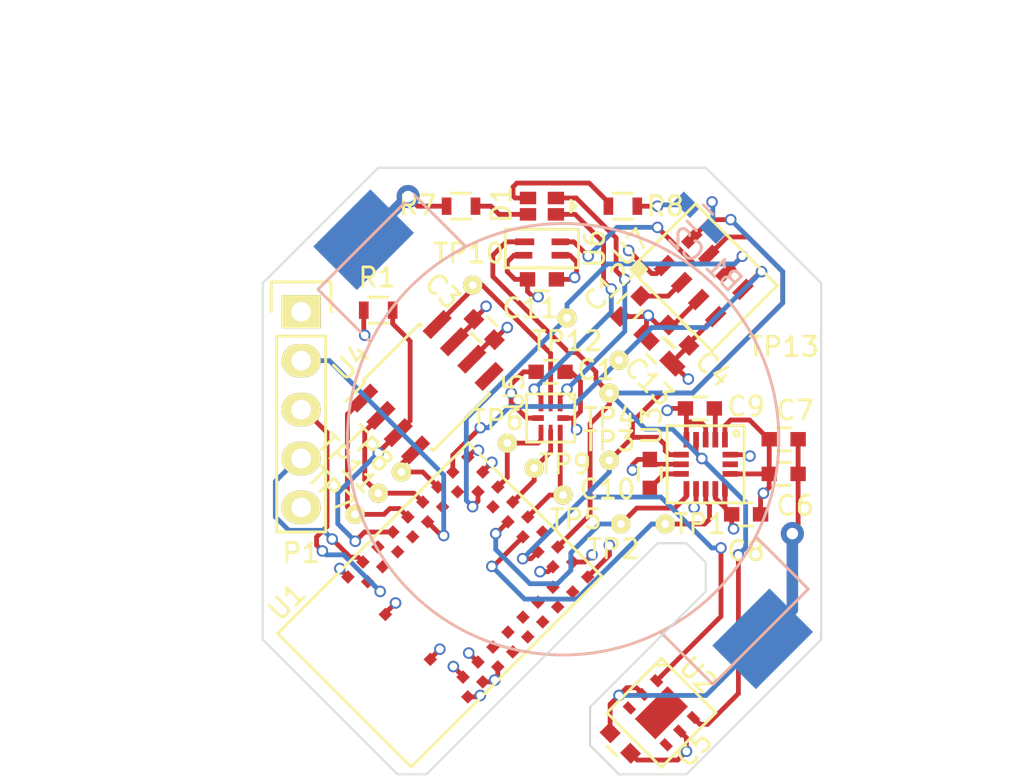
<source format=kicad_pcb>
(kicad_pcb (version 4) (host pcbnew 4.0.2-stable)

  (general
    (links 105)
    (no_connects 0)
    (area 113.000001 89.65 156.396429 131.579383)
    (thickness 1.6)
    (drawings 20)
    (tracks 449)
    (zones 0)
    (modules 39)
    (nets 49)
  )

  (page A4)
  (layers
    (0 F.Cu signal hide)
    (1 InGND.Cu power hide)
    (2 InVCC.Cu power hide)
    (31 B.Cu signal hide)
    (32 B.Adhes user)
    (33 F.Adhes user)
    (34 B.Paste user)
    (35 F.Paste user)
    (36 B.SilkS user)
    (37 F.SilkS user)
    (38 B.Mask user)
    (39 F.Mask user)
    (40 Dwgs.User user)
    (41 Cmts.User user)
    (42 Eco1.User user)
    (43 Eco2.User user)
    (44 Edge.Cuts user)
    (45 Margin user)
    (46 B.CrtYd user)
    (47 F.CrtYd user)
    (48 B.Fab user)
    (49 F.Fab user)
  )

  (setup
    (last_trace_width 0.25)
    (trace_clearance 0.2)
    (zone_clearance 0.508)
    (zone_45_only yes)
    (trace_min 0.1524)
    (segment_width 0.2)
    (edge_width 0.1)
    (via_size 0.6)
    (via_drill 0.4)
    (via_min_size 0.3556)
    (via_min_drill 0.2794)
    (uvia_size 0.3)
    (uvia_drill 0.1)
    (uvias_allowed no)
    (uvia_min_size 0.2)
    (uvia_min_drill 0.1)
    (pcb_text_width 0.3)
    (pcb_text_size 1.5 1.5)
    (mod_edge_width 0.15)
    (mod_text_size 1 1)
    (mod_text_width 0.15)
    (pad_size 17.78 17.78)
    (pad_drill 0)
    (pad_to_mask_clearance 0)
    (aux_axis_origin 0 0)
    (visible_elements FFFEFF7F)
    (pcbplotparams
      (layerselection 0x00030_80000001)
      (usegerberextensions false)
      (excludeedgelayer true)
      (linewidth 0.100000)
      (plotframeref false)
      (viasonmask false)
      (mode 1)
      (useauxorigin false)
      (hpglpennumber 1)
      (hpglpenspeed 20)
      (hpglpendiameter 15)
      (hpglpenoverlay 2)
      (psnegative false)
      (psa4output false)
      (plotreference true)
      (plotvalue true)
      (plotinvisibletext false)
      (padsonsilk false)
      (subtractmaskfromsilk false)
      (outputformat 1)
      (mirror false)
      (drillshape 0)
      (scaleselection 1)
      (outputdirectory ""))
  )

  (net 0 "")
  (net 1 +BATT)
  (net 2 GND)
  (net 3 "Net-(U1-Pad6)")
  (net 4 "Net-(U1-Pad7)")
  (net 5 "Net-(U1-Pad8)")
  (net 6 "Net-(U1-Pad9)")
  (net 7 "Net-(U1-Pad10)")
  (net 8 "Net-(U1-Pad11)")
  (net 9 "Net-(U1-Pad12)")
  (net 10 "Net-(U1-Pad13)")
  (net 11 "Net-(U1-Pad14)")
  (net 12 MOSI)
  (net 13 MISO)
  (net 14 SCK)
  (net 15 CS)
  (net 16 SDA)
  (net 17 SCL)
  (net 18 "Net-(U1-Pad26)")
  (net 19 RED_PWM)
  (net 20 GRN_PWM)
  (net 21 "Net-(U1-Pad32)")
  (net 22 "Net-(U1-Pad34)")
  (net 23 "Net-(U1-Pad38)")
  (net 24 ~RESET)
  (net 25 "Net-(U1-Pad40)")
  (net 26 "Net-(U1-Pad41)")
  (net 27 "Net-(U1-Pad42)")
  (net 28 "Net-(D1-Pad1)")
  (net 29 "Net-(D1-Pad2)")
  (net 30 "Net-(D1-Pad3)")
  (net 31 "Net-(D1-Pad4)")
  (net 32 MISO_FLASH)
  (net 33 "Net-(U2-Pad3)")
  (net 34 "Net-(U2-Pad4)")
  (net 35 "Net-(U4-Pad5)")
  (net 36 "Net-(P1-Pad2)")
  (net 37 "Net-(P1-Pad4)")
  (net 38 "Net-(P1-Pad3)")
  (net 39 "Net-(U1-Pad15)")
  (net 40 "Net-(U1-Pad21)")
  (net 41 "Net-(C9-Pad1)")
  (net 42 "Net-(C10-Pad1)")
  (net 43 "Net-(C12-Pad1)")
  (net 44 MOTION_INT1)
  (net 45 MOTION_INT2)
  (net 46 PRES_INT1)
  (net 47 PRES_INT2)
  (net 48 "Net-(U3-Pad15)")

  (net_class Default "This is the default net class."
    (clearance 0.2)
    (trace_width 0.25)
    (via_dia 0.6)
    (via_drill 0.4)
    (uvia_dia 0.3)
    (uvia_drill 0.1)
    (add_net +BATT)
    (add_net CS)
    (add_net GND)
    (add_net GRN_PWM)
    (add_net MISO)
    (add_net MISO_FLASH)
    (add_net MOSI)
    (add_net MOTION_INT1)
    (add_net MOTION_INT2)
    (add_net "Net-(C10-Pad1)")
    (add_net "Net-(C12-Pad1)")
    (add_net "Net-(C9-Pad1)")
    (add_net "Net-(D1-Pad1)")
    (add_net "Net-(D1-Pad2)")
    (add_net "Net-(D1-Pad3)")
    (add_net "Net-(D1-Pad4)")
    (add_net "Net-(P1-Pad2)")
    (add_net "Net-(P1-Pad3)")
    (add_net "Net-(P1-Pad4)")
    (add_net "Net-(U1-Pad10)")
    (add_net "Net-(U1-Pad11)")
    (add_net "Net-(U1-Pad12)")
    (add_net "Net-(U1-Pad13)")
    (add_net "Net-(U1-Pad14)")
    (add_net "Net-(U1-Pad15)")
    (add_net "Net-(U1-Pad21)")
    (add_net "Net-(U1-Pad26)")
    (add_net "Net-(U1-Pad32)")
    (add_net "Net-(U1-Pad34)")
    (add_net "Net-(U1-Pad38)")
    (add_net "Net-(U1-Pad40)")
    (add_net "Net-(U1-Pad41)")
    (add_net "Net-(U1-Pad42)")
    (add_net "Net-(U1-Pad6)")
    (add_net "Net-(U1-Pad7)")
    (add_net "Net-(U1-Pad8)")
    (add_net "Net-(U1-Pad9)")
    (add_net "Net-(U2-Pad3)")
    (add_net "Net-(U2-Pad4)")
    (add_net "Net-(U3-Pad15)")
    (add_net "Net-(U4-Pad5)")
    (add_net PRES_INT1)
    (add_net PRES_INT2)
    (add_net RED_PWM)
    (add_net SCK)
    (add_net SCL)
    (add_net SDA)
    (add_net ~RESET)
  )

  (module celsian:BU2032SM-HD-G (layer B.Cu) (tedit 578C363C) (tstamp 578C47EE)
    (at 142.6 112.1 315)
    (path /57676748)
    (fp_text reference B1 (at -0.176777 -11.98546 495) (layer B.SilkS)
      (effects (font (size 1 1) (thickness 0.15)) (justify mirror))
    )
    (fp_text value CR2032_Holder (at 0 4 315) (layer B.Fab)
      (effects (font (size 1 1) (thickness 0.15)) (justify mirror))
    )
    (fp_line (start 14.5 -3.5) (end 10.7 -3.5) (layer B.SilkS) (width 0.15))
    (fp_line (start 14.5 3.5) (end 14.5 -3.5) (layer B.SilkS) (width 0.15))
    (fp_line (start 10.7 3.5) (end 14.5 3.5) (layer B.SilkS) (width 0.15))
    (fp_circle (center 0 0) (end 11.2 0) (layer B.SilkS) (width 0.15))
    (fp_line (start -14.5 3.5) (end -10.7 3.5) (layer B.SilkS) (width 0.15))
    (fp_line (start -10.7 -3.5) (end -14.5 -3.5) (layer B.SilkS) (width 0.15))
    (fp_line (start -14.5 3.5) (end -14.5 -3.5) (layer B.SilkS) (width 0.15))
    (pad 1 smd rect (at -14.65 0 315) (size 3.2 4.2) (layers B.Cu B.Paste B.Mask)
      (net 1 +BATT))
    (pad 2 smd rect (at 14.65 0 315) (size 3.2 4.2) (layers B.Cu B.Paste B.Mask)
      (net 2 GND))
  )

  (module Capacitors_SMD:C_0603 (layer F.Cu) (tedit 577980C5) (tstamp 577885F8)
    (at 145.56967 127.86967 135)
    (descr "Capacitor SMD 0603, reflow soldering, AVX (see smccp.pdf)")
    (tags "capacitor 0603")
    (path /576740F8)
    (attr smd)
    (fp_text reference C5 (at -2.942031 2.474874 225) (layer F.SilkS)
      (effects (font (size 1 1) (thickness 0.15)))
    )
    (fp_text value 0.1uF (at 0 1.9 135) (layer F.Fab)
      (effects (font (size 1 1) (thickness 0.15)))
    )
    (fp_line (start -1.45 -0.75) (end 1.45 -0.75) (layer F.CrtYd) (width 0.05))
    (fp_line (start -1.45 0.75) (end 1.45 0.75) (layer F.CrtYd) (width 0.05))
    (fp_line (start -1.45 -0.75) (end -1.45 0.75) (layer F.CrtYd) (width 0.05))
    (fp_line (start 1.45 -0.75) (end 1.45 0.75) (layer F.CrtYd) (width 0.05))
    (fp_line (start -0.35 -0.6) (end 0.35 -0.6) (layer F.SilkS) (width 0.15))
    (fp_line (start 0.35 0.6) (end -0.35 0.6) (layer F.SilkS) (width 0.15))
    (pad 1 smd rect (at -0.75 0 135) (size 0.8 0.75) (layers F.Cu F.Paste F.Mask)
      (net 1 +BATT))
    (pad 2 smd rect (at 0.75 0 135) (size 0.8 0.75) (layers F.Cu F.Paste F.Mask)
      (net 2 GND))
    (model Capacitors_SMD.3dshapes/C_0603.wrl
      (at (xyz 0 0 0))
      (scale (xyz 1 1 1))
      (rotate (xyz 0 0 0))
    )
  )

  (module celsian:BMD-300 (layer F.Cu) (tedit 57786FFF) (tstamp 5778862F)
    (at 136.2 120.7 45)
    (path /57673B98)
    (fp_text reference U1 (at -5.515433 -5.727565 45) (layer F.SilkS)
      (effects (font (size 1 1) (thickness 0.15)))
    )
    (fp_text value BMD-300 (at 0 -7 45) (layer F.Fab)
      (effects (font (size 1 1) (thickness 0.15)))
    )
    (fp_line (start -7 -4.9) (end -7 4.9) (layer F.SilkS) (width 0.15))
    (fp_line (start -7 4.9) (end 7 4.9) (layer F.SilkS) (width 0.15))
    (fp_line (start 7 4.9) (end 7 -4.9) (layer F.SilkS) (width 0.15))
    (fp_line (start 7 -4.9) (end -7 -4.9) (layer F.SilkS) (width 0.15))
    (pad 1 smd rect (at -2.35 4.4 45) (size 0.5 0.5) (layers F.Cu F.Paste F.Mask)
      (net 2 GND))
    (pad 2 smd rect (at -1.8 3.5 45) (size 0.5 0.5) (layers F.Cu F.Paste F.Mask)
      (net 2 GND))
    (pad 3 smd rect (at -1.25 4.4 45) (size 0.5 0.5) (layers F.Cu F.Paste F.Mask)
      (net 2 GND))
    (pad 4 smd rect (at -0.7 3.5 45) (size 0.5 0.5) (layers F.Cu F.Paste F.Mask)
      (net 2 GND))
    (pad 5 smd rect (at -0.15 4.4 45) (size 0.5 0.5) (layers F.Cu F.Paste F.Mask)
      (net 2 GND))
    (pad 6 smd rect (at 0.4 3.5 45) (size 0.5 0.5) (layers F.Cu F.Paste F.Mask)
      (net 3 "Net-(U1-Pad6)"))
    (pad 7 smd rect (at 0.95 4.4 45) (size 0.5 0.5) (layers F.Cu F.Paste F.Mask)
      (net 4 "Net-(U1-Pad7)"))
    (pad 8 smd rect (at 1.5 3.5 45) (size 0.5 0.5) (layers F.Cu F.Paste F.Mask)
      (net 5 "Net-(U1-Pad8)"))
    (pad 9 smd rect (at 2.05 4.4 45) (size 0.5 0.5) (layers F.Cu F.Paste F.Mask)
      (net 6 "Net-(U1-Pad9)"))
    (pad 10 smd rect (at 2.6 3.5 45) (size 0.5 0.5) (layers F.Cu F.Paste F.Mask)
      (net 7 "Net-(U1-Pad10)"))
    (pad 11 smd rect (at 3.15 4.4 45) (size 0.5 0.5) (layers F.Cu F.Paste F.Mask)
      (net 8 "Net-(U1-Pad11)"))
    (pad 12 smd rect (at 3.7 3.5 45) (size 0.5 0.5) (layers F.Cu F.Paste F.Mask)
      (net 9 "Net-(U1-Pad12)"))
    (pad 13 smd rect (at 4.25 4.4 45) (size 0.5 0.5) (layers F.Cu F.Paste F.Mask)
      (net 10 "Net-(U1-Pad13)"))
    (pad 14 smd rect (at 4.8 3.5 45) (size 0.5 0.5) (layers F.Cu F.Paste F.Mask)
      (net 11 "Net-(U1-Pad14)"))
    (pad 15 smd rect (at 5.35 4.4 45) (size 0.5 0.5) (layers F.Cu F.Paste F.Mask)
      (net 39 "Net-(U1-Pad15)"))
    (pad 16 smd rect (at 6.45 4.4 45) (size 0.5 0.5) (layers F.Cu F.Paste F.Mask)
      (net 2 GND))
    (pad 17 smd rect (at 6.45 3.3 45) (size 0.5 0.5) (layers F.Cu F.Paste F.Mask)
      (net 1 +BATT))
    (pad 18 smd rect (at 5.55 2.75 45) (size 0.5 0.5) (layers F.Cu F.Paste F.Mask)
      (net 2 GND))
    (pad 19 smd rect (at 6.45 2.2 45) (size 0.5 0.5) (layers F.Cu F.Paste F.Mask)
      (net 17 SCL))
    (pad 20 smd rect (at 5.55 1.65 45) (size 0.5 0.5) (layers F.Cu F.Paste F.Mask)
      (net 16 SDA))
    (pad 21 smd rect (at 6.45 1.1 45) (size 0.5 0.5) (layers F.Cu F.Paste F.Mask)
      (net 40 "Net-(U1-Pad21)"))
    (pad 22 smd rect (at 5.55 0.55 45) (size 0.5 0.5) (layers F.Cu F.Paste F.Mask)
      (net 44 MOTION_INT1))
    (pad 23 smd rect (at 6.45 0 45) (size 0.5 0.5) (layers F.Cu F.Paste F.Mask)
      (net 19 RED_PWM))
    (pad 24 smd rect (at 5.55 -0.55 45) (size 0.5 0.5) (layers F.Cu F.Paste F.Mask)
      (net 45 MOTION_INT2))
    (pad 25 smd rect (at 6.45 -1.1 45) (size 0.5 0.5) (layers F.Cu F.Paste F.Mask)
      (net 13 MISO))
    (pad 26 smd rect (at 5.55 -1.65 45) (size 0.5 0.5) (layers F.Cu F.Paste F.Mask)
      (net 18 "Net-(U1-Pad26)"))
    (pad 27 smd rect (at 6.45 -2.2 45) (size 0.5 0.5) (layers F.Cu F.Paste F.Mask)
      (net 20 GRN_PWM))
    (pad 28 smd rect (at 5.55 -2.75 45) (size 0.5 0.5) (layers F.Cu F.Paste F.Mask)
      (net 46 PRES_INT1))
    (pad 29 smd rect (at 6.45 -3.3 45) (size 0.5 0.5) (layers F.Cu F.Paste F.Mask)
      (net 2 GND))
    (pad 30 smd rect (at 6.45 -4.4 45) (size 0.5 0.5) (layers F.Cu F.Paste F.Mask)
      (net 2 GND))
    (pad 31 smd rect (at 5.35 -4.4 45) (size 0.5 0.5) (layers F.Cu F.Paste F.Mask)
      (net 47 PRES_INT2))
    (pad 32 smd rect (at 4.8 -3.5 45) (size 0.5 0.5) (layers F.Cu F.Paste F.Mask)
      (net 21 "Net-(U1-Pad32)"))
    (pad 33 smd rect (at 4.25 -4.4 45) (size 0.5 0.5) (layers F.Cu F.Paste F.Mask)
      (net 15 CS))
    (pad 34 smd rect (at 3.7 -3.5 45) (size 0.5 0.5) (layers F.Cu F.Paste F.Mask)
      (net 22 "Net-(U1-Pad34)"))
    (pad 35 smd rect (at 3.15 -4.4 45) (size 0.5 0.5) (layers F.Cu F.Paste F.Mask)
      (net 14 SCK))
    (pad 36 smd rect (at 2.6 -3.5 45) (size 0.5 0.5) (layers F.Cu F.Paste F.Mask)
      (net 36 "Net-(P1-Pad2)"))
    (pad 37 smd rect (at 2.05 -4.4 45) (size 0.5 0.5) (layers F.Cu F.Paste F.Mask)
      (net 12 MOSI))
    (pad 38 smd rect (at 1.5 -3.5 45) (size 0.5 0.5) (layers F.Cu F.Paste F.Mask)
      (net 23 "Net-(U1-Pad38)"))
    (pad 39 smd rect (at 0.95 -4.4 45) (size 0.5 0.5) (layers F.Cu F.Paste F.Mask)
      (net 24 ~RESET))
    (pad 40 smd rect (at 0.4 -3.5 45) (size 0.5 0.5) (layers F.Cu F.Paste F.Mask)
      (net 25 "Net-(U1-Pad40)"))
    (pad 41 smd rect (at -0.15 -4.4 45) (size 0.5 0.5) (layers F.Cu F.Paste F.Mask)
      (net 26 "Net-(U1-Pad41)"))
    (pad 42 smd rect (at -0.7 -3.5 45) (size 0.5 0.5) (layers F.Cu F.Paste F.Mask)
      (net 27 "Net-(U1-Pad42)"))
    (pad 43 smd rect (at -1.25 -4.4 45) (size 0.5 0.5) (layers F.Cu F.Paste F.Mask)
      (net 37 "Net-(P1-Pad4)"))
    (pad 44 smd rect (at -1.8 -3.5 45) (size 0.5 0.5) (layers F.Cu F.Paste F.Mask)
      (net 38 "Net-(P1-Pad3)"))
    (pad 45 smd rect (at -2.35 -4.4 45) (size 0.5 0.5) (layers F.Cu F.Paste F.Mask)
      (net 2 GND))
    (pad 46 smd rect (at -2.35 -1.65 45) (size 0.5 0.5) (layers F.Cu F.Paste F.Mask)
      (net 2 GND))
    (pad 47 smd rect (at -2.35 1.65 45) (size 0.5 0.5) (layers F.Cu F.Paste F.Mask)
      (net 2 GND))
  )

  (module celsian:SHT20 (layer F.Cu) (tedit 57787ADA) (tstamp 577886D7)
    (at 147.7 126.3 225)
    (path /57673C21)
    (fp_text reference U2 (at -2.72561 0.038604 315) (layer F.SilkS)
      (effects (font (size 1 1) (thickness 0.15)))
    )
    (fp_text value SHT20 (at 0 -4 225) (layer F.Fab)
      (effects (font (size 1 1) (thickness 0.15)))
    )
    (fp_line (start -2 1.5) (end -1.5 2) (layer F.SilkS) (width 0.15))
    (fp_line (start -2 -2) (end -2 2) (layer F.SilkS) (width 0.15))
    (fp_line (start -2 2) (end 2 2) (layer F.SilkS) (width 0.15))
    (fp_line (start 2 2) (end 2 -2) (layer F.SilkS) (width 0.15))
    (fp_line (start 2 -2) (end -2 -2) (layer F.SilkS) (width 0.15))
    (pad 1 smd rect (at -1 1.35 225) (size 0.4 0.6) (layers F.Cu F.Paste F.Mask)
      (net 16 SDA))
    (pad 2 smd rect (at 0 1.35 225) (size 0.4 0.6) (layers F.Cu F.Paste F.Mask)
      (net 2 GND))
    (pad 3 smd rect (at 1 1.35 225) (size 0.4 0.6) (layers F.Cu F.Paste F.Mask)
      (net 33 "Net-(U2-Pad3)"))
    (pad 4 smd rect (at 1 -1.35 225) (size 0.4 0.6) (layers F.Cu F.Paste F.Mask)
      (net 34 "Net-(U2-Pad4)"))
    (pad 5 smd rect (at 0 -1.35 225) (size 0.4 0.6) (layers F.Cu F.Paste F.Mask)
      (net 1 +BATT))
    (pad 6 smd rect (at -1 -1.35 225) (size 0.4 0.6) (layers F.Cu F.Paste F.Mask)
      (net 17 SCL))
    (pad 7 smd rect (at 0 0 225) (size 2.4 1.5) (layers F.Cu F.Paste F.Mask))
  )

  (module Capacitors_SMD:C_0603 (layer F.Cu) (tedit 5415D631) (tstamp 577885E6)
    (at 141.95 108.6 180)
    (descr "Capacitor SMD 0603, reflow soldering, AVX (see smccp.pdf)")
    (tags "capacitor 0603")
    (path /57783504)
    (attr smd)
    (fp_text reference C1 (at -2.35 0.1 180) (layer F.SilkS)
      (effects (font (size 1 1) (thickness 0.15)))
    )
    (fp_text value 0.1uF (at 0 1.9 180) (layer F.Fab)
      (effects (font (size 1 1) (thickness 0.15)))
    )
    (fp_line (start -1.45 -0.75) (end 1.45 -0.75) (layer F.CrtYd) (width 0.05))
    (fp_line (start -1.45 0.75) (end 1.45 0.75) (layer F.CrtYd) (width 0.05))
    (fp_line (start -1.45 -0.75) (end -1.45 0.75) (layer F.CrtYd) (width 0.05))
    (fp_line (start 1.45 -0.75) (end 1.45 0.75) (layer F.CrtYd) (width 0.05))
    (fp_line (start -0.35 -0.6) (end 0.35 -0.6) (layer F.SilkS) (width 0.15))
    (fp_line (start 0.35 0.6) (end -0.35 0.6) (layer F.SilkS) (width 0.15))
    (pad 1 smd rect (at -0.75 0 180) (size 0.8 0.75) (layers F.Cu F.Paste F.Mask)
      (net 1 +BATT))
    (pad 2 smd rect (at 0.75 0 180) (size 0.8 0.75) (layers F.Cu F.Paste F.Mask)
      (net 2 GND))
    (model Capacitors_SMD.3dshapes/C_0603.wrl
      (at (xyz 0 0 0))
      (scale (xyz 1 1 1))
      (rotate (xyz 0 0 0))
    )
  )

  (module Capacitors_SMD:C_0603 (layer F.Cu) (tedit 5415D631) (tstamp 577885EC)
    (at 138.5 106.4 135)
    (descr "Capacitor SMD 0603, reflow soldering, AVX (see smccp.pdf)")
    (tags "capacitor 0603")
    (path /57675DC0)
    (attr smd)
    (fp_text reference C3 (at 2.934493 -0.106066 315) (layer F.SilkS)
      (effects (font (size 1 1) (thickness 0.15)))
    )
    (fp_text value 0.1uF (at 0 1.9 135) (layer F.Fab)
      (effects (font (size 1 1) (thickness 0.15)))
    )
    (fp_line (start -1.45 -0.75) (end 1.45 -0.75) (layer F.CrtYd) (width 0.05))
    (fp_line (start -1.45 0.75) (end 1.45 0.75) (layer F.CrtYd) (width 0.05))
    (fp_line (start -1.45 -0.75) (end -1.45 0.75) (layer F.CrtYd) (width 0.05))
    (fp_line (start 1.45 -0.75) (end 1.45 0.75) (layer F.CrtYd) (width 0.05))
    (fp_line (start -0.35 -0.6) (end 0.35 -0.6) (layer F.SilkS) (width 0.15))
    (fp_line (start 0.35 0.6) (end -0.35 0.6) (layer F.SilkS) (width 0.15))
    (pad 1 smd rect (at -0.75 0 135) (size 0.8 0.75) (layers F.Cu F.Paste F.Mask)
      (net 1 +BATT))
    (pad 2 smd rect (at 0.75 0 135) (size 0.8 0.75) (layers F.Cu F.Paste F.Mask)
      (net 2 GND))
    (model Capacitors_SMD.3dshapes/C_0603.wrl
      (at (xyz 0 0 0))
      (scale (xyz 1 1 1))
      (rotate (xyz 0 0 0))
    )
  )

  (module Capacitors_SMD:C_0603 (layer F.Cu) (tedit 5415D631) (tstamp 577885F2)
    (at 148.6 106.7 135)
    (descr "Capacitor SMD 0603, reflow soldering, AVX (see smccp.pdf)")
    (tags "capacitor 0603")
    (path /57674132)
    (attr smd)
    (fp_text reference C4 (at -2.510229 0.035355 135) (layer F.SilkS)
      (effects (font (size 1 1) (thickness 0.15)))
    )
    (fp_text value 0.1uF (at 0 1.9 135) (layer F.Fab)
      (effects (font (size 1 1) (thickness 0.15)))
    )
    (fp_line (start -1.45 -0.75) (end 1.45 -0.75) (layer F.CrtYd) (width 0.05))
    (fp_line (start -1.45 0.75) (end 1.45 0.75) (layer F.CrtYd) (width 0.05))
    (fp_line (start -1.45 -0.75) (end -1.45 0.75) (layer F.CrtYd) (width 0.05))
    (fp_line (start 1.45 -0.75) (end 1.45 0.75) (layer F.CrtYd) (width 0.05))
    (fp_line (start -0.35 -0.6) (end 0.35 -0.6) (layer F.SilkS) (width 0.15))
    (fp_line (start 0.35 0.6) (end -0.35 0.6) (layer F.SilkS) (width 0.15))
    (pad 1 smd rect (at -0.75 0 135) (size 0.8 0.75) (layers F.Cu F.Paste F.Mask)
      (net 1 +BATT))
    (pad 2 smd rect (at 0.75 0 135) (size 0.8 0.75) (layers F.Cu F.Paste F.Mask)
      (net 2 GND))
    (model Capacitors_SMD.3dshapes/C_0603.wrl
      (at (xyz 0 0 0))
      (scale (xyz 1 1 1))
      (rotate (xyz 0 0 0))
    )
  )

  (module celsian:LTST-C195KGJRKT (layer F.Cu) (tedit 577879DA) (tstamp 577886AF)
    (at 141.5 100 270)
    (path /576755AC)
    (fp_text reference D1 (at -0.1 2.1 450) (layer F.SilkS)
      (effects (font (size 1 1) (thickness 0.15)))
    )
    (fp_text value LTST-C195KGJRKT (at 0 -3.5 270) (layer F.Fab)
      (effects (font (size 1 1) (thickness 0.15)))
    )
    (fp_line (start 0 -1.75) (end -0.3 -1.5) (layer F.SilkS) (width 0.15))
    (fp_line (start -0.3 -1.5) (end 0.3 -1.5) (layer F.SilkS) (width 0.15))
    (fp_line (start 0.3 -1.5) (end 0 -1.75) (layer F.SilkS) (width 0.15))
    (pad 1 smd rect (at -0.425 0.725 270) (size 0.65 0.85) (layers F.Cu F.Paste F.Mask)
      (net 28 "Net-(D1-Pad1)"))
    (pad 2 smd rect (at 0.425 0.725 270) (size 0.65 0.85) (layers F.Cu F.Paste F.Mask)
      (net 29 "Net-(D1-Pad2)"))
    (pad 3 smd rect (at 0.425 -0.725 270) (size 0.65 0.85) (layers F.Cu F.Paste F.Mask)
      (net 30 "Net-(D1-Pad3)"))
    (pad 4 smd rect (at -0.425 -0.725 270) (size 0.65 0.85) (layers F.Cu F.Paste F.Mask)
      (net 31 "Net-(D1-Pad4)"))
  )

  (module Resistors_SMD:R_0603 (layer F.Cu) (tedit 5415CC62) (tstamp 577886B5)
    (at 133 105.4)
    (descr "Resistor SMD 0603, reflow soldering, Vishay (see dcrcw.pdf)")
    (tags "resistor 0603")
    (path /576ED08F)
    (attr smd)
    (fp_text reference R1 (at -0.05 -1.7) (layer F.SilkS)
      (effects (font (size 1 1) (thickness 0.15)))
    )
    (fp_text value 10k (at 0 1.9) (layer F.Fab)
      (effects (font (size 1 1) (thickness 0.15)))
    )
    (fp_line (start -1.3 -0.8) (end 1.3 -0.8) (layer F.CrtYd) (width 0.05))
    (fp_line (start -1.3 0.8) (end 1.3 0.8) (layer F.CrtYd) (width 0.05))
    (fp_line (start -1.3 -0.8) (end -1.3 0.8) (layer F.CrtYd) (width 0.05))
    (fp_line (start 1.3 -0.8) (end 1.3 0.8) (layer F.CrtYd) (width 0.05))
    (fp_line (start 0.5 0.675) (end -0.5 0.675) (layer F.SilkS) (width 0.15))
    (fp_line (start -0.5 -0.675) (end 0.5 -0.675) (layer F.SilkS) (width 0.15))
    (pad 1 smd rect (at -0.75 0) (size 0.5 0.9) (layers F.Cu F.Paste F.Mask)
      (net 1 +BATT))
    (pad 2 smd rect (at 0.75 0) (size 0.5 0.9) (layers F.Cu F.Paste F.Mask)
      (net 24 ~RESET))
    (model Resistors_SMD.3dshapes/R_0603.wrl
      (at (xyz 0 0 0))
      (scale (xyz 1 1 1))
      (rotate (xyz 0 0 0))
    )
  )

  (module Resistors_SMD:R_0603 (layer F.Cu) (tedit 5415CC62) (tstamp 577886C1)
    (at 137.3 100)
    (descr "Resistor SMD 0603, reflow soldering, Vishay (see dcrcw.pdf)")
    (tags "resistor 0603")
    (path /5767852E)
    (attr smd)
    (fp_text reference R7 (at -2.25 -0.05) (layer F.SilkS)
      (effects (font (size 1 1) (thickness 0.15)))
    )
    (fp_text value 120 (at 0 1.9) (layer F.Fab)
      (effects (font (size 1 1) (thickness 0.15)))
    )
    (fp_line (start -1.3 -0.8) (end 1.3 -0.8) (layer F.CrtYd) (width 0.05))
    (fp_line (start -1.3 0.8) (end 1.3 0.8) (layer F.CrtYd) (width 0.05))
    (fp_line (start -1.3 -0.8) (end -1.3 0.8) (layer F.CrtYd) (width 0.05))
    (fp_line (start 1.3 -0.8) (end 1.3 0.8) (layer F.CrtYd) (width 0.05))
    (fp_line (start 0.5 0.675) (end -0.5 0.675) (layer F.SilkS) (width 0.15))
    (fp_line (start -0.5 -0.675) (end 0.5 -0.675) (layer F.SilkS) (width 0.15))
    (pad 1 smd rect (at -0.75 0) (size 0.5 0.9) (layers F.Cu F.Paste F.Mask)
      (net 1 +BATT))
    (pad 2 smd rect (at 0.75 0) (size 0.5 0.9) (layers F.Cu F.Paste F.Mask)
      (net 29 "Net-(D1-Pad2)"))
    (model Resistors_SMD.3dshapes/R_0603.wrl
      (at (xyz 0 0 0))
      (scale (xyz 1 1 1))
      (rotate (xyz 0 0 0))
    )
  )

  (module Resistors_SMD:R_0603 (layer F.Cu) (tedit 5415CC62) (tstamp 577886C7)
    (at 145.7 100 180)
    (descr "Resistor SMD 0603, reflow soldering, Vishay (see dcrcw.pdf)")
    (tags "resistor 0603")
    (path /5767857B)
    (attr smd)
    (fp_text reference R8 (at -2.2 0 180) (layer F.SilkS)
      (effects (font (size 1 1) (thickness 0.15)))
    )
    (fp_text value 120 (at 0 1.9 180) (layer F.Fab)
      (effects (font (size 1 1) (thickness 0.15)))
    )
    (fp_line (start -1.3 -0.8) (end 1.3 -0.8) (layer F.CrtYd) (width 0.05))
    (fp_line (start -1.3 0.8) (end 1.3 0.8) (layer F.CrtYd) (width 0.05))
    (fp_line (start -1.3 -0.8) (end -1.3 0.8) (layer F.CrtYd) (width 0.05))
    (fp_line (start 1.3 -0.8) (end 1.3 0.8) (layer F.CrtYd) (width 0.05))
    (fp_line (start 0.5 0.675) (end -0.5 0.675) (layer F.SilkS) (width 0.15))
    (fp_line (start -0.5 -0.675) (end 0.5 -0.675) (layer F.SilkS) (width 0.15))
    (pad 1 smd rect (at -0.75 0 180) (size 0.5 0.9) (layers F.Cu F.Paste F.Mask)
      (net 1 +BATT))
    (pad 2 smd rect (at 0.75 0 180) (size 0.5 0.9) (layers F.Cu F.Paste F.Mask)
      (net 28 "Net-(D1-Pad1)"))
    (model Resistors_SMD.3dshapes/R_0603.wrl
      (at (xyz 0 0 0))
      (scale (xyz 1 1 1))
      (rotate (xyz 0 0 0))
    )
  )

  (module celsian:SN74AUP3G07 (layer F.Cu) (tedit 57787EEA) (tstamp 57788704)
    (at 141.95 111 270)
    (path /577834AD)
    (fp_text reference U5 (at -1.35 1.9 270) (layer F.SilkS)
      (effects (font (size 1 1) (thickness 0.15)))
    )
    (fp_text value SN74AUP3G07 (at 0 -3 270) (layer F.Fab)
      (effects (font (size 1 1) (thickness 0.15)))
    )
    (fp_line (start -0.85 -1.25) (end -1.25 -0.85) (layer F.SilkS) (width 0.15))
    (fp_line (start -1.25 -1.25) (end -1.25 1.25) (layer F.SilkS) (width 0.15))
    (fp_line (start -1.25 1.25) (end 1.25 1.25) (layer F.SilkS) (width 0.15))
    (fp_line (start 1.25 1.25) (end 1.25 -1.25) (layer F.SilkS) (width 0.15))
    (fp_line (start 1.25 -1.25) (end -1.25 -1.25) (layer F.SilkS) (width 0.15))
    (pad 1 smd rect (at -0.625 -0.5 270) (size 0.55 0.25) (layers F.Cu F.Paste F.Mask)
      (net 31 "Net-(D1-Pad4)"))
    (pad 2 smd rect (at -0.625 0 270) (size 0.55 0.2) (layers F.Cu F.Paste F.Mask)
      (net 32 MISO_FLASH))
    (pad 3 smd rect (at -0.625 0.5 270) (size 0.55 0.25) (layers F.Cu F.Paste F.Mask)
      (net 30 "Net-(D1-Pad3)"))
    (pad 4 smd rect (at 0 0.65 270) (size 0.3 0.6) (layers F.Cu F.Paste F.Mask)
      (net 2 GND))
    (pad 5 smd rect (at 0.625 0.5 270) (size 0.55 0.25) (layers F.Cu F.Paste F.Mask)
      (net 20 GRN_PWM))
    (pad 6 smd rect (at 0.625 0 270) (size 0.55 0.2) (layers F.Cu F.Paste F.Mask)
      (net 13 MISO))
    (pad 7 smd rect (at 0.625 -0.5 270) (size 0.55 0.25) (layers F.Cu F.Paste F.Mask)
      (net 19 RED_PWM))
    (pad 8 smd rect (at 0 -0.65 270) (size 0.3 0.6) (layers F.Cu F.Paste F.Mask)
      (net 1 +BATT))
  )

  (module Pin_Headers:Pin_Header_Straight_1x05 (layer F.Cu) (tedit 54EA0684) (tstamp 57792DE3)
    (at 129 105.48)
    (descr "Through hole pin header")
    (tags "pin header")
    (path /57792C38)
    (fp_text reference P1 (at 0 12.52) (layer F.SilkS)
      (effects (font (size 1 1) (thickness 0.15)))
    )
    (fp_text value CONN_01X05 (at 0 -3.1) (layer F.Fab)
      (effects (font (size 1 1) (thickness 0.15)))
    )
    (fp_line (start -1.55 0) (end -1.55 -1.55) (layer F.SilkS) (width 0.15))
    (fp_line (start -1.55 -1.55) (end 1.55 -1.55) (layer F.SilkS) (width 0.15))
    (fp_line (start 1.55 -1.55) (end 1.55 0) (layer F.SilkS) (width 0.15))
    (fp_line (start -1.75 -1.75) (end -1.75 11.95) (layer F.CrtYd) (width 0.05))
    (fp_line (start 1.75 -1.75) (end 1.75 11.95) (layer F.CrtYd) (width 0.05))
    (fp_line (start -1.75 -1.75) (end 1.75 -1.75) (layer F.CrtYd) (width 0.05))
    (fp_line (start -1.75 11.95) (end 1.75 11.95) (layer F.CrtYd) (width 0.05))
    (fp_line (start 1.27 1.27) (end 1.27 11.43) (layer F.SilkS) (width 0.15))
    (fp_line (start 1.27 11.43) (end -1.27 11.43) (layer F.SilkS) (width 0.15))
    (fp_line (start -1.27 11.43) (end -1.27 1.27) (layer F.SilkS) (width 0.15))
    (fp_line (start 1.27 1.27) (end -1.27 1.27) (layer F.SilkS) (width 0.15))
    (pad 1 thru_hole rect (at 0 0) (size 2.032 1.7272) (drill 1.016) (layers *.Cu *.Mask F.SilkS)
      (net 2 GND))
    (pad 2 thru_hole oval (at 0 2.54) (size 2.032 1.7272) (drill 1.016) (layers *.Cu *.Mask F.SilkS)
      (net 36 "Net-(P1-Pad2)"))
    (pad 3 thru_hole oval (at 0 5.08) (size 2.032 1.7272) (drill 1.016) (layers *.Cu *.Mask F.SilkS)
      (net 38 "Net-(P1-Pad3)"))
    (pad 4 thru_hole oval (at 0 7.62) (size 2.032 1.7272) (drill 1.016) (layers *.Cu *.Mask F.SilkS)
      (net 37 "Net-(P1-Pad4)"))
    (pad 5 thru_hole oval (at 0 10.16) (size 2.032 1.7272) (drill 1.016) (layers *.Cu *.Mask F.SilkS)
      (net 1 +BATT))
    (model Pin_Headers.3dshapes/Pin_Header_Straight_1x05.wrl
      (at (xyz 0 -0.2 0))
      (scale (xyz 1 1 1))
      (rotate (xyz 0 0 90))
    )
  )

  (module Capacitors_SMD:C_0603 (layer F.Cu) (tedit 5415D631) (tstamp 578C42A9)
    (at 154.05 113.9)
    (descr "Capacitor SMD 0603, reflow soldering, AVX (see smccp.pdf)")
    (tags "capacitor 0603")
    (path /578C6AA5)
    (attr smd)
    (fp_text reference C6 (at 0.6 1.65) (layer F.SilkS)
      (effects (font (size 1 1) (thickness 0.15)))
    )
    (fp_text value 0.1uF (at 0 1.9) (layer F.Fab)
      (effects (font (size 1 1) (thickness 0.15)))
    )
    (fp_line (start -1.45 -0.75) (end 1.45 -0.75) (layer F.CrtYd) (width 0.05))
    (fp_line (start -1.45 0.75) (end 1.45 0.75) (layer F.CrtYd) (width 0.05))
    (fp_line (start -1.45 -0.75) (end -1.45 0.75) (layer F.CrtYd) (width 0.05))
    (fp_line (start 1.45 -0.75) (end 1.45 0.75) (layer F.CrtYd) (width 0.05))
    (fp_line (start -0.35 -0.6) (end 0.35 -0.6) (layer F.SilkS) (width 0.15))
    (fp_line (start 0.35 0.6) (end -0.35 0.6) (layer F.SilkS) (width 0.15))
    (pad 1 smd rect (at -0.75 0) (size 0.8 0.75) (layers F.Cu F.Paste F.Mask)
      (net 1 +BATT))
    (pad 2 smd rect (at 0.75 0) (size 0.8 0.75) (layers F.Cu F.Paste F.Mask)
      (net 2 GND))
    (model Capacitors_SMD.3dshapes/C_0603.wrl
      (at (xyz 0 0 0))
      (scale (xyz 1 1 1))
      (rotate (xyz 0 0 0))
    )
  )

  (module Capacitors_SMD:C_0603 (layer F.Cu) (tedit 5415D631) (tstamp 578C42AF)
    (at 154.05 112.1)
    (descr "Capacitor SMD 0603, reflow soldering, AVX (see smccp.pdf)")
    (tags "capacitor 0603")
    (path /578C6AAB)
    (attr smd)
    (fp_text reference C7 (at 0.6 -1.5) (layer F.SilkS)
      (effects (font (size 1 1) (thickness 0.15)))
    )
    (fp_text value 4.7uF (at 0 1.9) (layer F.Fab)
      (effects (font (size 1 1) (thickness 0.15)))
    )
    (fp_line (start -1.45 -0.75) (end 1.45 -0.75) (layer F.CrtYd) (width 0.05))
    (fp_line (start -1.45 0.75) (end 1.45 0.75) (layer F.CrtYd) (width 0.05))
    (fp_line (start -1.45 -0.75) (end -1.45 0.75) (layer F.CrtYd) (width 0.05))
    (fp_line (start 1.45 -0.75) (end 1.45 0.75) (layer F.CrtYd) (width 0.05))
    (fp_line (start -0.35 -0.6) (end 0.35 -0.6) (layer F.SilkS) (width 0.15))
    (fp_line (start 0.35 0.6) (end -0.35 0.6) (layer F.SilkS) (width 0.15))
    (pad 1 smd rect (at -0.75 0) (size 0.8 0.75) (layers F.Cu F.Paste F.Mask)
      (net 1 +BATT))
    (pad 2 smd rect (at 0.75 0) (size 0.8 0.75) (layers F.Cu F.Paste F.Mask)
      (net 2 GND))
    (model Capacitors_SMD.3dshapes/C_0603.wrl
      (at (xyz 0 0 0))
      (scale (xyz 1 1 1))
      (rotate (xyz 0 0 0))
    )
  )

  (module Capacitors_SMD:C_0603 (layer F.Cu) (tedit 5415D631) (tstamp 578C42B5)
    (at 152.1 116 180)
    (descr "Capacitor SMD 0603, reflow soldering, AVX (see smccp.pdf)")
    (tags "capacitor 0603")
    (path /578C6469)
    (attr smd)
    (fp_text reference C8 (at 0 -1.9 180) (layer F.SilkS)
      (effects (font (size 1 1) (thickness 0.15)))
    )
    (fp_text value 0.1uF (at 0 1.9 180) (layer F.Fab)
      (effects (font (size 1 1) (thickness 0.15)))
    )
    (fp_line (start -1.45 -0.75) (end 1.45 -0.75) (layer F.CrtYd) (width 0.05))
    (fp_line (start -1.45 0.75) (end 1.45 0.75) (layer F.CrtYd) (width 0.05))
    (fp_line (start -1.45 -0.75) (end -1.45 0.75) (layer F.CrtYd) (width 0.05))
    (fp_line (start 1.45 -0.75) (end 1.45 0.75) (layer F.CrtYd) (width 0.05))
    (fp_line (start -0.35 -0.6) (end 0.35 -0.6) (layer F.SilkS) (width 0.15))
    (fp_line (start 0.35 0.6) (end -0.35 0.6) (layer F.SilkS) (width 0.15))
    (pad 1 smd rect (at -0.75 0 180) (size 0.8 0.75) (layers F.Cu F.Paste F.Mask)
      (net 1 +BATT))
    (pad 2 smd rect (at 0.75 0 180) (size 0.8 0.75) (layers F.Cu F.Paste F.Mask)
      (net 2 GND))
    (model Capacitors_SMD.3dshapes/C_0603.wrl
      (at (xyz 0 0 0))
      (scale (xyz 1 1 1))
      (rotate (xyz 0 0 0))
    )
  )

  (module Capacitors_SMD:C_0603 (layer F.Cu) (tedit 5415D631) (tstamp 578C42BB)
    (at 149.7 110.5 180)
    (descr "Capacitor SMD 0603, reflow soldering, AVX (see smccp.pdf)")
    (tags "capacitor 0603")
    (path /578C646F)
    (attr smd)
    (fp_text reference C9 (at -2.4 0.1 180) (layer F.SilkS)
      (effects (font (size 1 1) (thickness 0.15)))
    )
    (fp_text value 0.1uF (at 0 1.9 180) (layer F.Fab)
      (effects (font (size 1 1) (thickness 0.15)))
    )
    (fp_line (start -1.45 -0.75) (end 1.45 -0.75) (layer F.CrtYd) (width 0.05))
    (fp_line (start -1.45 0.75) (end 1.45 0.75) (layer F.CrtYd) (width 0.05))
    (fp_line (start -1.45 -0.75) (end -1.45 0.75) (layer F.CrtYd) (width 0.05))
    (fp_line (start 1.45 -0.75) (end 1.45 0.75) (layer F.CrtYd) (width 0.05))
    (fp_line (start -0.35 -0.6) (end 0.35 -0.6) (layer F.SilkS) (width 0.15))
    (fp_line (start 0.35 0.6) (end -0.35 0.6) (layer F.SilkS) (width 0.15))
    (pad 1 smd rect (at -0.75 0 180) (size 0.8 0.75) (layers F.Cu F.Paste F.Mask)
      (net 41 "Net-(C9-Pad1)"))
    (pad 2 smd rect (at 0.75 0 180) (size 0.8 0.75) (layers F.Cu F.Paste F.Mask)
      (net 2 GND))
    (model Capacitors_SMD.3dshapes/C_0603.wrl
      (at (xyz 0 0 0))
      (scale (xyz 1 1 1))
      (rotate (xyz 0 0 0))
    )
  )

  (module Capacitors_SMD:C_0603 (layer F.Cu) (tedit 5415D631) (tstamp 578C42C1)
    (at 147.1 113.9 90)
    (descr "Capacitor SMD 0603, reflow soldering, AVX (see smccp.pdf)")
    (tags "capacitor 0603")
    (path /578C6E75)
    (attr smd)
    (fp_text reference C10 (at -0.8 -2.2 360) (layer F.SilkS)
      (effects (font (size 1 1) (thickness 0.15)))
    )
    (fp_text value 0.1uF (at 0 1.9 90) (layer F.Fab)
      (effects (font (size 1 1) (thickness 0.15)))
    )
    (fp_line (start -1.45 -0.75) (end 1.45 -0.75) (layer F.CrtYd) (width 0.05))
    (fp_line (start -1.45 0.75) (end 1.45 0.75) (layer F.CrtYd) (width 0.05))
    (fp_line (start -1.45 -0.75) (end -1.45 0.75) (layer F.CrtYd) (width 0.05))
    (fp_line (start 1.45 -0.75) (end 1.45 0.75) (layer F.CrtYd) (width 0.05))
    (fp_line (start -0.35 -0.6) (end 0.35 -0.6) (layer F.SilkS) (width 0.15))
    (fp_line (start 0.35 0.6) (end -0.35 0.6) (layer F.SilkS) (width 0.15))
    (pad 1 smd rect (at -0.75 0 90) (size 0.8 0.75) (layers F.Cu F.Paste F.Mask)
      (net 42 "Net-(C10-Pad1)"))
    (pad 2 smd rect (at 0.75 0 90) (size 0.8 0.75) (layers F.Cu F.Paste F.Mask)
      (net 2 GND))
    (model Capacitors_SMD.3dshapes/C_0603.wrl
      (at (xyz 0 0 0))
      (scale (xyz 1 1 1))
      (rotate (xyz 0 0 0))
    )
  )

  (module Capacitors_SMD:C_0603 (layer F.Cu) (tedit 5415D631) (tstamp 578C42C7)
    (at 141.5 103.8)
    (descr "Capacitor SMD 0603, reflow soldering, AVX (see smccp.pdf)")
    (tags "capacitor 0603")
    (path /578C5EB5)
    (attr smd)
    (fp_text reference C11 (at -0.6 1.5) (layer F.SilkS)
      (effects (font (size 1 1) (thickness 0.15)))
    )
    (fp_text value 0.1uF (at 0 1.9) (layer F.Fab)
      (effects (font (size 1 1) (thickness 0.15)))
    )
    (fp_line (start -1.45 -0.75) (end 1.45 -0.75) (layer F.CrtYd) (width 0.05))
    (fp_line (start -1.45 0.75) (end 1.45 0.75) (layer F.CrtYd) (width 0.05))
    (fp_line (start -1.45 -0.75) (end -1.45 0.75) (layer F.CrtYd) (width 0.05))
    (fp_line (start 1.45 -0.75) (end 1.45 0.75) (layer F.CrtYd) (width 0.05))
    (fp_line (start -0.35 -0.6) (end 0.35 -0.6) (layer F.SilkS) (width 0.15))
    (fp_line (start 0.35 0.6) (end -0.35 0.6) (layer F.SilkS) (width 0.15))
    (pad 1 smd rect (at -0.75 0) (size 0.8 0.75) (layers F.Cu F.Paste F.Mask)
      (net 1 +BATT))
    (pad 2 smd rect (at 0.75 0) (size 0.8 0.75) (layers F.Cu F.Paste F.Mask)
      (net 2 GND))
    (model Capacitors_SMD.3dshapes/C_0603.wrl
      (at (xyz 0 0 0))
      (scale (xyz 1 1 1))
      (rotate (xyz 0 0 0))
    )
  )

  (module Capacitors_SMD:C_0603 (layer F.Cu) (tedit 5415D631) (tstamp 578C42CD)
    (at 146.1 105.2 225)
    (descr "Capacitor SMD 0603, reflow soldering, AVX (see smccp.pdf)")
    (tags "capacitor 0603")
    (path /578C4972)
    (attr smd)
    (fp_text reference C12 (at 0.106066 1.52028 225) (layer F.SilkS)
      (effects (font (size 1 1) (thickness 0.15)))
    )
    (fp_text value 0.1uF (at 0 1.9 225) (layer F.Fab)
      (effects (font (size 1 1) (thickness 0.15)))
    )
    (fp_line (start -1.45 -0.75) (end 1.45 -0.75) (layer F.CrtYd) (width 0.05))
    (fp_line (start -1.45 0.75) (end 1.45 0.75) (layer F.CrtYd) (width 0.05))
    (fp_line (start -1.45 -0.75) (end -1.45 0.75) (layer F.CrtYd) (width 0.05))
    (fp_line (start 1.45 -0.75) (end 1.45 0.75) (layer F.CrtYd) (width 0.05))
    (fp_line (start -0.35 -0.6) (end 0.35 -0.6) (layer F.SilkS) (width 0.15))
    (fp_line (start 0.35 0.6) (end -0.35 0.6) (layer F.SilkS) (width 0.15))
    (pad 1 smd rect (at -0.75 0 225) (size 0.8 0.75) (layers F.Cu F.Paste F.Mask)
      (net 43 "Net-(C12-Pad1)"))
    (pad 2 smd rect (at 0.75 0 225) (size 0.8 0.75) (layers F.Cu F.Paste F.Mask)
      (net 2 GND))
    (model Capacitors_SMD.3dshapes/C_0603.wrl
      (at (xyz 0 0 0))
      (scale (xyz 1 1 1))
      (rotate (xyz 0 0 0))
    )
  )

  (module celsian:VEML6075 (layer F.Cu) (tedit 578C3FEF) (tstamp 578C4502)
    (at 141.5 102.2 180)
    (path /578C573A)
    (fp_text reference U6 (at -2.75 0 450) (layer F.SilkS)
      (effects (font (size 1 1) (thickness 0.15)))
    )
    (fp_text value VEML6075 (at 0 -2.1 180) (layer F.Fab)
      (effects (font (size 1 1) (thickness 0.15)))
    )
    (fp_line (start 1.9 -1) (end -1.9 -1) (layer F.SilkS) (width 0.15))
    (fp_line (start 1.9 1) (end 1.9 -1) (layer F.SilkS) (width 0.15))
    (fp_line (start -1.9 1) (end 1.9 1) (layer F.SilkS) (width 0.15))
    (fp_line (start -1.9 -1) (end -1.9 1) (layer F.SilkS) (width 0.15))
    (pad 1 smd rect (at -0.95 -0.35 180) (size 0.9 0.35) (layers F.Cu F.Paste F.Mask)
      (net 2 GND))
    (pad 2 smd rect (at -0.95 0.35 180) (size 0.9 0.35) (layers F.Cu F.Paste F.Mask)
      (net 16 SDA))
    (pad 3 smd rect (at 0.9 0.35 180) (size 1 0.35) (layers F.Cu F.Paste F.Mask)
      (net 17 SCL))
    (pad 4 smd rect (at 0.95 -0.35 180) (size 0.9 0.35) (layers F.Cu F.Paste F.Mask)
      (net 1 +BATT))
  )

  (module celsian:MPL3115A2 (layer F.Cu) (tedit 578C3DA0) (tstamp 578C451D)
    (at 149.9 103.7 45)
    (path /578C457D)
    (fp_text reference U7 (at -1.555635 -3.747666 45) (layer F.SilkS)
      (effects (font (size 1 1) (thickness 0.15)))
    )
    (fp_text value MPL3115A2 (at 0 -4 45) (layer F.Fab)
      (effects (font (size 1 1) (thickness 0.15)))
    )
    (fp_line (start -2.2 -2.7) (end -2.1 -2.7) (layer F.SilkS) (width 0.15))
    (fp_line (start -2.2 -2.8) (end -2.2 -2.7) (layer F.SilkS) (width 0.15))
    (fp_line (start -2 -2.8) (end -2.2 -2.8) (layer F.SilkS) (width 0.15))
    (fp_line (start -2 -2.6) (end -2 -2.8) (layer F.SilkS) (width 0.15))
    (fp_line (start -2.3 -2.6) (end -2 -2.6) (layer F.SilkS) (width 0.15))
    (fp_line (start -2.3 -2.8) (end -2.3 -2.6) (layer F.SilkS) (width 0.15))
    (fp_line (start -1.9 -2.5) (end -2.4 -2.5) (layer F.SilkS) (width 0.15))
    (fp_line (start -1.9 -2.9) (end -1.9 -2.5) (layer F.SilkS) (width 0.15))
    (fp_line (start -2.3 -2.9) (end -1.9 -2.9) (layer F.SilkS) (width 0.15))
    (fp_line (start -1.8 -2.4) (end -2.4 -2.4) (layer F.SilkS) (width 0.15))
    (fp_line (start -1.8 -2.9) (end -1.8 -2.4) (layer F.SilkS) (width 0.15))
    (fp_line (start 2.4 -3) (end -2.4 -3) (layer F.SilkS) (width 0.15))
    (fp_line (start 2.4 3) (end 2.4 -3) (layer F.SilkS) (width 0.15))
    (fp_line (start -2.4 3) (end 2.4 3) (layer F.SilkS) (width 0.15))
    (fp_line (start -2.4 -3) (end -2.4 3) (layer F.SilkS) (width 0.15))
    (pad 1 smd rect (at -1 -1.875 45) (size 1.05 0.55) (layers F.Cu F.Paste F.Mask)
      (net 1 +BATT))
    (pad 2 smd rect (at -1 -0.625 45) (size 1.05 0.55) (layers F.Cu F.Paste F.Mask)
      (net 43 "Net-(C12-Pad1)"))
    (pad 3 smd rect (at -1 0.625 45) (size 1.05 0.55) (layers F.Cu F.Paste F.Mask)
      (net 2 GND))
    (pad 4 smd rect (at -1 1.875 45) (size 1.05 0.55) (layers F.Cu F.Paste F.Mask)
      (net 1 +BATT))
    (pad 5 smd rect (at 1 1.875 45) (size 1.05 0.55) (layers F.Cu F.Paste F.Mask)
      (net 47 PRES_INT2))
    (pad 6 smd rect (at 1 0.625 45) (size 1.05 0.55) (layers F.Cu F.Paste F.Mask)
      (net 46 PRES_INT1))
    (pad 7 smd rect (at 1 -0.625 45) (size 1.05 0.55) (layers F.Cu F.Paste F.Mask)
      (net 16 SDA))
    (pad 8 smd rect (at 1 -1.875 45) (size 1.05 0.55) (layers F.Cu F.Paste F.Mask)
      (net 17 SCL))
  )

  (module Capacitors_SMD:C_0603_HandSoldering (layer B.Cu) (tedit 541A9B4D) (tstamp 578C4615)
    (at 149.7 100.6 315)
    (descr "Capacitor SMD 0603, hand soldering")
    (tags "capacitor 0603")
    (path /577879DF)
    (attr smd)
    (fp_text reference C2 (at 0.494975 1.484924 315) (layer B.SilkS)
      (effects (font (size 1 1) (thickness 0.15)) (justify mirror))
    )
    (fp_text value 10uF (at 0 -1.9 315) (layer B.Fab)
      (effects (font (size 1 1) (thickness 0.15)) (justify mirror))
    )
    (fp_line (start -1.85 0.75) (end 1.85 0.75) (layer B.CrtYd) (width 0.05))
    (fp_line (start -1.85 -0.75) (end 1.85 -0.75) (layer B.CrtYd) (width 0.05))
    (fp_line (start -1.85 0.75) (end -1.85 -0.75) (layer B.CrtYd) (width 0.05))
    (fp_line (start 1.85 0.75) (end 1.85 -0.75) (layer B.CrtYd) (width 0.05))
    (fp_line (start -0.35 0.6) (end 0.35 0.6) (layer B.SilkS) (width 0.15))
    (fp_line (start 0.35 -0.6) (end -0.35 -0.6) (layer B.SilkS) (width 0.15))
    (pad 1 smd rect (at -0.95 0 315) (size 1.2 0.75) (layers B.Cu B.Paste B.Mask)
      (net 1 +BATT))
    (pad 2 smd rect (at 0.95 0 315) (size 1.2 0.75) (layers B.Cu B.Paste B.Mask)
      (net 2 GND))
    (model Capacitors_SMD.3dshapes/C_0603_HandSoldering.wrl
      (at (xyz 0 0 0))
      (scale (xyz 1 1 1))
      (rotate (xyz 0 0 0))
    )
  )

  (module celsian:FXOS8700CQ (layer F.Cu) (tedit 578C3AC5) (tstamp 578C461A)
    (at 150 113.4 270)
    (path /578C5673)
    (fp_text reference U3 (at -2 2.8 270) (layer F.SilkS)
      (effects (font (size 1 1) (thickness 0.15)))
    )
    (fp_text value FXOS8700CQ (at 2.6 -3 270) (layer F.Fab)
      (effects (font (size 1 1) (thickness 0.15)))
    )
    (fp_circle (center -1.6 -1.6) (end -1.5 -1.5) (layer F.SilkS) (width 0.15))
    (fp_line (start 2 -2) (end -2 -2) (layer F.SilkS) (width 0.15))
    (fp_line (start 2 2) (end 2 -2) (layer F.SilkS) (width 0.15))
    (fp_line (start -2 2) (end 2 2) (layer F.SilkS) (width 0.15))
    (fp_line (start -2 -2) (end -2 2) (layer F.SilkS) (width 0.15))
    (pad 1 smd rect (at -1.275 -1 270) (size 0.8 0.3) (layers F.Cu F.Paste F.Mask)
      (net 1 +BATT))
    (pad 2 smd rect (at -1.275 -0.5 270) (size 0.8 0.3) (layers F.Cu F.Paste F.Mask)
      (net 41 "Net-(C9-Pad1)"))
    (pad 3 smd rect (at -1.275 0 270) (size 0.8 0.3) (layers F.Cu F.Paste F.Mask)
      (net 2 GND))
    (pad 4 smd rect (at -1.275 0.5 270) (size 0.8 0.3) (layers F.Cu F.Paste F.Mask)
      (net 17 SCL))
    (pad 5 smd rect (at -1.275 1 270) (size 0.8 0.3) (layers F.Cu F.Paste F.Mask)
      (net 2 GND))
    (pad 6 smd rect (at -0.5 1.275) (size 0.8 0.3) (layers F.Cu F.Paste F.Mask)
      (net 16 SDA))
    (pad 7 smd rect (at 0 1.275) (size 0.8 0.3) (layers F.Cu F.Paste F.Mask)
      (net 2 GND))
    (pad 8 smd rect (at 0.5 1.275) (size 0.8 0.3) (layers F.Cu F.Paste F.Mask)
      (net 42 "Net-(C10-Pad1)"))
    (pad 9 smd rect (at 1.275 1 270) (size 0.8 0.3) (layers F.Cu F.Paste F.Mask)
      (net 45 MOTION_INT2))
    (pad 10 smd rect (at 1.275 0.5 270) (size 0.8 0.3) (layers F.Cu F.Paste F.Mask)
      (net 2 GND))
    (pad 11 smd rect (at 1.275 0 270) (size 0.8 0.3) (layers F.Cu F.Paste F.Mask)
      (net 44 MOTION_INT1))
    (pad 12 smd rect (at 1.275 -0.5 270) (size 0.8 0.3) (layers F.Cu F.Paste F.Mask)
      (net 2 GND))
    (pad 13 smd rect (at 1.275 -1 270) (size 0.8 0.3) (layers F.Cu F.Paste F.Mask)
      (net 2 GND))
    (pad 14 smd rect (at 0.5 -1.275) (size 0.8 0.3) (layers F.Cu F.Paste F.Mask)
      (net 1 +BATT))
    (pad 15 smd rect (at 0 -1.275) (size 0.8 0.3) (layers F.Cu F.Paste F.Mask)
      (net 48 "Net-(U3-Pad15)"))
    (pad 16 smd rect (at -0.5 -1.275) (size 0.8 0.3) (layers F.Cu F.Paste F.Mask)
      (net 2 GND))
  )

  (module Housings_SOIC:SOIC-8_3.9x4.9mm_Pitch1.27mm (layer F.Cu) (tedit 54130A77) (tstamp 578C4632)
    (at 135.5 109.4 45)
    (descr "8-Lead Plastic Small Outline (SN) - Narrow, 3.90 mm Body [SOIC] (see Microchip Packaging Specification 00000049BS.pdf)")
    (tags "SOIC 1.27")
    (path /57675A3F)
    (attr smd)
    (fp_text reference U4 (at -1.838478 -3.676955 45) (layer F.SilkS)
      (effects (font (size 1 1) (thickness 0.15)))
    )
    (fp_text value AT45DB041E (at 0 3.5 45) (layer F.Fab)
      (effects (font (size 1 1) (thickness 0.15)))
    )
    (fp_line (start -3.75 -2.75) (end -3.75 2.75) (layer F.CrtYd) (width 0.05))
    (fp_line (start 3.75 -2.75) (end 3.75 2.75) (layer F.CrtYd) (width 0.05))
    (fp_line (start -3.75 -2.75) (end 3.75 -2.75) (layer F.CrtYd) (width 0.05))
    (fp_line (start -3.75 2.75) (end 3.75 2.75) (layer F.CrtYd) (width 0.05))
    (fp_line (start -2.075 -2.575) (end -2.075 -2.43) (layer F.SilkS) (width 0.15))
    (fp_line (start 2.075 -2.575) (end 2.075 -2.43) (layer F.SilkS) (width 0.15))
    (fp_line (start 2.075 2.575) (end 2.075 2.43) (layer F.SilkS) (width 0.15))
    (fp_line (start -2.075 2.575) (end -2.075 2.43) (layer F.SilkS) (width 0.15))
    (fp_line (start -2.075 -2.575) (end 2.075 -2.575) (layer F.SilkS) (width 0.15))
    (fp_line (start -2.075 2.575) (end 2.075 2.575) (layer F.SilkS) (width 0.15))
    (fp_line (start -2.075 -2.43) (end -3.475 -2.43) (layer F.SilkS) (width 0.15))
    (pad 1 smd rect (at -2.7 -1.905 45) (size 1.55 0.6) (layers F.Cu F.Paste F.Mask)
      (net 12 MOSI))
    (pad 2 smd rect (at -2.7 -0.635 45) (size 1.55 0.6) (layers F.Cu F.Paste F.Mask)
      (net 14 SCK))
    (pad 3 smd rect (at -2.7 0.635 45) (size 1.55 0.6) (layers F.Cu F.Paste F.Mask)
      (net 24 ~RESET))
    (pad 4 smd rect (at -2.7 1.905 45) (size 1.55 0.6) (layers F.Cu F.Paste F.Mask)
      (net 15 CS))
    (pad 5 smd rect (at 2.7 1.905 45) (size 1.55 0.6) (layers F.Cu F.Paste F.Mask)
      (net 35 "Net-(U4-Pad5)"))
    (pad 6 smd rect (at 2.7 0.635 45) (size 1.55 0.6) (layers F.Cu F.Paste F.Mask)
      (net 1 +BATT))
    (pad 7 smd rect (at 2.7 -0.635 45) (size 1.55 0.6) (layers F.Cu F.Paste F.Mask)
      (net 2 GND))
    (pad 8 smd rect (at 2.7 -1.905 45) (size 1.55 0.6) (layers F.Cu F.Paste F.Mask)
      (net 32 MISO_FLASH))
    (model Housings_SOIC.3dshapes/SOIC-8_3.9x4.9mm_Pitch1.27mm.wrl
      (at (xyz 0 0 0))
      (scale (xyz 1 1 1))
      (rotate (xyz 0 0 0))
    )
  )

  (module Capacitors_SMD:C_0603_HandSoldering (layer F.Cu) (tedit 541A9B4D) (tstamp 578C4CB4)
    (at 147.6 107.5 135)
    (descr "Capacitor SMD 0603, hand soldering")
    (tags "capacitor 0603")
    (path /578C9D1F)
    (attr smd)
    (fp_text reference C13 (at -0.742462 -1.52028 135) (layer F.SilkS)
      (effects (font (size 1 1) (thickness 0.15)))
    )
    (fp_text value 10uF (at 0 1.9 135) (layer F.Fab)
      (effects (font (size 1 1) (thickness 0.15)))
    )
    (fp_line (start -1.85 -0.75) (end 1.85 -0.75) (layer F.CrtYd) (width 0.05))
    (fp_line (start -1.85 0.75) (end 1.85 0.75) (layer F.CrtYd) (width 0.05))
    (fp_line (start -1.85 -0.75) (end -1.85 0.75) (layer F.CrtYd) (width 0.05))
    (fp_line (start 1.85 -0.75) (end 1.85 0.75) (layer F.CrtYd) (width 0.05))
    (fp_line (start -0.35 -0.6) (end 0.35 -0.6) (layer F.SilkS) (width 0.15))
    (fp_line (start 0.35 0.6) (end -0.35 0.6) (layer F.SilkS) (width 0.15))
    (pad 1 smd rect (at -0.95 0 135) (size 1.2 0.75) (layers F.Cu F.Paste F.Mask)
      (net 1 +BATT))
    (pad 2 smd rect (at 0.95 0 135) (size 1.2 0.75) (layers F.Cu F.Paste F.Mask)
      (net 2 GND))
    (model Capacitors_SMD.3dshapes/C_0603_HandSoldering.wrl
      (at (xyz 0 0 0))
      (scale (xyz 1 1 1))
      (rotate (xyz 0 0 0))
    )
  )

  (module celsian:Test_Point (layer F.Cu) (tedit 5793AB1D) (tstamp 5793ADC0)
    (at 147.9 116.5)
    (path /5793BFF6)
    (fp_text reference TP1 (at 1.8 0) (layer F.SilkS)
      (effects (font (size 1 1) (thickness 0.15)))
    )
    (fp_text value TP_M_INT1 (at 0 -1.7) (layer F.Fab)
      (effects (font (size 1 1) (thickness 0.15)))
    )
    (pad 1 thru_hole circle (at 0 0) (size 1 1) (drill 0.4) (layers *.Cu *.Mask F.SilkS)
      (net 44 MOTION_INT1))
  )

  (module celsian:Test_Point (layer F.Cu) (tedit 5793AB1D) (tstamp 5793ADC5)
    (at 145.6 116.5)
    (path /5793BF5C)
    (fp_text reference TP2 (at -0.4 1.3) (layer F.SilkS)
      (effects (font (size 1 1) (thickness 0.15)))
    )
    (fp_text value TP_M_INT2 (at 0 -1.7) (layer F.Fab)
      (effects (font (size 1 1) (thickness 0.15)))
    )
    (pad 1 thru_hole circle (at 0 0) (size 1 1) (drill 0.4) (layers *.Cu *.Mask F.SilkS)
      (net 45 MOTION_INT2))
  )

  (module celsian:Test_Point (layer F.Cu) (tedit 5793AB1D) (tstamp 5793ADCA)
    (at 145 113.2)
    (path /5793A805)
    (fp_text reference TP3 (at 0 -1) (layer F.SilkS)
      (effects (font (size 1 1) (thickness 0.15)))
    )
    (fp_text value TP_SDA (at 0 -1.7) (layer F.Fab)
      (effects (font (size 1 1) (thickness 0.15)))
    )
    (pad 1 thru_hole circle (at 0 0) (size 1 1) (drill 0.4) (layers *.Cu *.Mask F.SilkS)
      (net 16 SDA))
  )

  (module celsian:Test_Point (layer F.Cu) (tedit 5793AB1D) (tstamp 5793ADCF)
    (at 145 109.7)
    (path /5793A998)
    (fp_text reference TP4 (at 0 1.3) (layer F.SilkS)
      (effects (font (size 1 1) (thickness 0.15)))
    )
    (fp_text value TP_SCL (at 0 -1.7) (layer F.Fab)
      (effects (font (size 1 1) (thickness 0.15)))
    )
    (pad 1 thru_hole circle (at 0 0) (size 1 1) (drill 0.4) (layers *.Cu *.Mask F.SilkS)
      (net 17 SCL))
  )

  (module celsian:Test_Point (layer F.Cu) (tedit 5793AB1D) (tstamp 5793ADD4)
    (at 142.6 115)
    (path /5793BD38)
    (fp_text reference TP5 (at 0.65 1.25) (layer F.SilkS)
      (effects (font (size 1 1) (thickness 0.15)))
    )
    (fp_text value TP_R_PWM (at 0 -1.7) (layer F.Fab)
      (effects (font (size 1 1) (thickness 0.15)))
    )
    (pad 1 thru_hole circle (at 0 0) (size 1 1) (drill 0.4) (layers *.Cu *.Mask F.SilkS)
      (net 19 RED_PWM))
  )

  (module celsian:Test_Point (layer F.Cu) (tedit 5793AB1D) (tstamp 5793ADD9)
    (at 139.7 112.3)
    (path /5793BC7D)
    (fp_text reference TP6 (at -0.5 -1.2) (layer F.SilkS)
      (effects (font (size 1 1) (thickness 0.15)))
    )
    (fp_text value TP_G_PWM (at 0 -1.7) (layer F.Fab)
      (effects (font (size 1 1) (thickness 0.15)))
    )
    (pad 1 thru_hole circle (at 0 0) (size 1 1) (drill 0.4) (layers *.Cu *.Mask F.SilkS)
      (net 20 GRN_PWM))
  )

  (module celsian:Test_Point (layer F.Cu) (tedit 5793AB1D) (tstamp 5793ADDE)
    (at 131.8 116 135)
    (path /5793AE1F)
    (fp_text reference TP7 (at 1.767767 0 135) (layer F.SilkS)
      (effects (font (size 1 1) (thickness 0.15)))
    )
    (fp_text value TP_MOSI (at 0 -1.7 135) (layer F.Fab)
      (effects (font (size 1 1) (thickness 0.15)))
    )
    (pad 1 thru_hole circle (at 0 0 135) (size 1 1) (drill 0.4) (layers *.Cu *.Mask F.SilkS)
      (net 12 MOSI))
  )

  (module celsian:Test_Point (layer F.Cu) (tedit 5793AB1D) (tstamp 5793ADE3)
    (at 134.2 113.8 315)
    (path /5793AF50)
    (fp_text reference TP8 (at -2.015254 0.318198 315) (layer F.SilkS)
      (effects (font (size 1 1) (thickness 0.15)))
    )
    (fp_text value TP_CS (at 0 -1.7 315) (layer F.Fab)
      (effects (font (size 1 1) (thickness 0.15)))
    )
    (pad 1 thru_hole circle (at 0 0 315) (size 1 1) (drill 0.4) (layers *.Cu *.Mask F.SilkS)
      (net 15 CS))
  )

  (module celsian:Test_Point (layer F.Cu) (tedit 5793AB1D) (tstamp 5793ADE8)
    (at 141.1 113.6)
    (path /5793B03E)
    (fp_text reference TP9 (at 1.6 -0.2) (layer F.SilkS)
      (effects (font (size 1 1) (thickness 0.15)))
    )
    (fp_text value TP_MISO (at 0 -1.7) (layer F.Fab)
      (effects (font (size 1 1) (thickness 0.15)))
    )
    (pad 1 thru_hole circle (at 0 0) (size 1 1) (drill 0.4) (layers *.Cu *.Mask F.SilkS)
      (net 13 MISO))
  )

  (module celsian:Test_Point (layer F.Cu) (tedit 5793AB1D) (tstamp 5793ADED)
    (at 137.9 104.1)
    (path /5793AE97)
    (fp_text reference TP10 (at -0.2 -1.65) (layer F.SilkS)
      (effects (font (size 1 1) (thickness 0.15)))
    )
    (fp_text value TP_MISO_F (at 0 -1.7) (layer F.Fab)
      (effects (font (size 1 1) (thickness 0.15)))
    )
    (pad 1 thru_hole circle (at 0 0) (size 1 1) (drill 0.4) (layers *.Cu *.Mask F.SilkS)
      (net 32 MISO_FLASH))
  )

  (module celsian:Test_Point (layer F.Cu) (tedit 5793AB1D) (tstamp 5793ADF2)
    (at 133 114.9 315)
    (path /5793AEF6)
    (fp_text reference TP11 (at -2.227386 0.035355 315) (layer F.SilkS)
      (effects (font (size 1 1) (thickness 0.15)))
    )
    (fp_text value TP_SCK (at 0 -1.7 315) (layer F.Fab)
      (effects (font (size 1 1) (thickness 0.15)))
    )
    (pad 1 thru_hole circle (at 0 0 315) (size 1 1) (drill 0.4) (layers *.Cu *.Mask F.SilkS)
      (net 14 SCK))
  )

  (module celsian:Test_Point (layer F.Cu) (tedit 5793AB1D) (tstamp 5793ADF7)
    (at 142.8 105.8)
    (path /5793AB3F)
    (fp_text reference TP12 (at 0 1.2) (layer F.SilkS)
      (effects (font (size 1 1) (thickness 0.15)))
    )
    (fp_text value TP_P_INT1 (at 0 -1.7) (layer F.Fab)
      (effects (font (size 1 1) (thickness 0.15)))
    )
    (pad 1 thru_hole circle (at 0 0) (size 1 1) (drill 0.4) (layers *.Cu *.Mask F.SilkS)
      (net 46 PRES_INT1))
  )

  (module celsian:Test_Point (layer F.Cu) (tedit 5793AB1D) (tstamp 5793ADFC)
    (at 145.5 108)
    (path /5793ABD6)
    (fp_text reference TP13 (at 8.55 -0.7) (layer F.SilkS)
      (effects (font (size 1 1) (thickness 0.15)))
    )
    (fp_text value TP_P_INT2 (at 0 -1.7) (layer F.Fab)
      (effects (font (size 1 1) (thickness 0.15)))
    )
    (pad 1 thru_hole circle (at 0 0) (size 1 1) (drill 0.4) (layers *.Cu *.Mask F.SilkS)
      (net 47 PRES_INT2))
  )

  (dimension 3.6 (width 0.3) (layer Dwgs.User)
    (gr_text "3.600 mm" (at 163.85 113 270) (layer Dwgs.User)
      (effects (font (size 1.5 1.5) (thickness 0.3)))
    )
    (feature1 (pts (xy 156 114.8) (xy 165.2 114.8)))
    (feature2 (pts (xy 156 111.2) (xy 165.2 111.2)))
    (crossbar (pts (xy 162.5 111.2) (xy 162.5 114.8)))
    (arrow1a (pts (xy 162.5 114.8) (xy 161.913579 113.673496)))
    (arrow1b (pts (xy 162.5 114.8) (xy 163.086421 113.673496)))
    (arrow2a (pts (xy 162.5 111.2) (xy 161.913579 112.326504)))
    (arrow2b (pts (xy 162.5 111.2) (xy 163.086421 112.326504)))
  )
  (dimension 7 (width 0.3) (layer Dwgs.User)
    (gr_text "7.000 mm" (at 160.1 107.65 270) (layer Dwgs.User)
      (effects (font (size 1.5 1.5) (thickness 0.3)))
    )
    (feature1 (pts (xy 156 111.15) (xy 161.45 111.15)))
    (feature2 (pts (xy 156 104.15) (xy 161.45 104.15)))
    (crossbar (pts (xy 158.75 104.15) (xy 158.75 111.15)))
    (arrow1a (pts (xy 158.75 111.15) (xy 158.163579 110.023496)))
    (arrow1b (pts (xy 158.75 111.15) (xy 159.336421 110.023496)))
    (arrow2a (pts (xy 158.75 104.15) (xy 158.163579 105.276504)))
    (arrow2b (pts (xy 158.75 104.15) (xy 159.336421 105.276504)))
  )
  (dimension 29 (width 0.3) (layer Dwgs.User)
    (gr_text "29.000 mm" (at 141.5 91.15) (layer Dwgs.User)
      (effects (font (size 1.5 1.5) (thickness 0.3)))
    )
    (feature1 (pts (xy 156 98) (xy 156 89.8)))
    (feature2 (pts (xy 127 98) (xy 127 89.8)))
    (crossbar (pts (xy 127 92.5) (xy 156 92.5)))
    (arrow1a (pts (xy 156 92.5) (xy 154.873496 93.086421)))
    (arrow1b (pts (xy 156 92.5) (xy 154.873496 91.913579)))
    (arrow2a (pts (xy 127 92.5) (xy 128.126504 93.086421)))
    (arrow2b (pts (xy 127 92.5) (xy 128.126504 91.913579)))
  )
  (dimension 31.5 (width 0.3) (layer Dwgs.User)
    (gr_text "31.500 mm" (at 119.65 113.75 270) (layer Dwgs.User)
      (effects (font (size 1.5 1.5) (thickness 0.3)))
    )
    (feature1 (pts (xy 127 129.5) (xy 118.3 129.5)))
    (feature2 (pts (xy 127 98) (xy 118.3 98)))
    (crossbar (pts (xy 121 98) (xy 121 129.5)))
    (arrow1a (pts (xy 121 129.5) (xy 120.413579 128.373496)))
    (arrow1b (pts (xy 121 129.5) (xy 121.586421 128.373496)))
    (arrow2a (pts (xy 121 98) (xy 120.413579 99.126504)))
    (arrow2b (pts (xy 121 98) (xy 121.586421 99.126504)))
  )
  (gr_line (start 147.5 117.5) (end 135.5 129.5) (layer Edge.Cuts) (width 0.1))
  (gr_line (start 150 120) (end 144 126) (layer Edge.Cuts) (width 0.1))
  (gr_line (start 156 104) (end 156 122.5) (layer Edge.Cuts) (width 0.1))
  (gr_line (start 133 98) (end 150 98) (layer Edge.Cuts) (width 0.1))
  (gr_line (start 156 104) (end 150 98) (layer Edge.Cuts) (width 0.1))
  (gr_line (start 127 104) (end 133 98) (layer Edge.Cuts) (width 0.1))
  (gr_line (start 127 104) (end 127 122.5) (layer Edge.Cuts) (width 0.1))
  (gr_line (start 149 129.5) (end 145.5 129.5) (layer Edge.Cuts) (width 0.1))
  (gr_line (start 144 128) (end 145.5 129.5) (layer Edge.Cuts) (width 0.1))
  (gr_line (start 144 126) (end 144 128) (layer Edge.Cuts) (width 0.1))
  (gr_line (start 156 122.5) (end 149 129.5) (layer Edge.Cuts) (width 0.1))
  (gr_line (start 134 129.5) (end 135.5 129.5) (layer Edge.Cuts) (width 0.1))
  (gr_line (start 127 122.5) (end 134 129.5) (angle 90) (layer Edge.Cuts) (width 0.1))
  (gr_line (start 150 118.5) (end 150 120) (layer Edge.Cuts) (width 0.1))
  (gr_line (start 149 117.5) (end 150 118.5) (layer Edge.Cuts) (width 0.1))
  (gr_line (start 147.5 117.5) (end 149 117.5) (layer Edge.Cuts) (width 0.1))

  (segment (start 134.55 99.5) (end 132.309114 101.740886) (width 0.6) (layer B.Cu) (net 1))
  (segment (start 132.309114 101.740886) (end 132.240886 101.740886) (width 0.25) (layer B.Cu) (net 1))
  (segment (start 135.05 100) (end 134.55 99.5) (width 0.25) (layer F.Cu) (net 1))
  (segment (start 136.55 100) (end 135.05 100) (width 0.25) (layer F.Cu) (net 1))
  (via (at 134.55 99.5) (size 1.2) (drill 0.6) (layers F.Cu B.Cu) (net 1))
  (segment (start 151.275 113.9) (end 153.3 113.9) (width 0.25) (layer F.Cu) (net 1))
  (segment (start 153.3 113.9) (end 153.3 112.1) (width 0.25) (layer F.Cu) (net 1))
  (segment (start 153.3 113.9) (end 153.3 114.6) (width 0.25) (layer F.Cu) (net 1))
  (segment (start 153.3 114.6) (end 153 114.9) (width 0.25) (layer F.Cu) (net 1))
  (segment (start 153.3 112.1) (end 153.275 112.1) (width 0.25) (layer F.Cu) (net 1))
  (segment (start 151.3 111.1) (end 151 111.4) (width 0.25) (layer F.Cu) (net 1))
  (segment (start 151 111.4) (end 151 112.125) (width 0.25) (layer F.Cu) (net 1))
  (segment (start 153.275 112.1) (end 152.275 111.1) (width 0.25) (layer F.Cu) (net 1))
  (segment (start 152.275 111.1) (end 151.3 111.1) (width 0.25) (layer F.Cu) (net 1))
  (segment (start 147.867068 103.081282) (end 147.44835 103.5) (width 0.25) (layer F.Cu) (net 1))
  (segment (start 147.44835 103.5) (end 147.2 103.5) (width 0.25) (layer F.Cu) (net 1))
  (segment (start 147.2 103.5) (end 146 102.3) (width 0.25) (layer F.Cu) (net 1))
  (via (at 146 102.3) (size 0.6) (drill 0.4) (layers F.Cu B.Cu) (net 1))
  (segment (start 147.5 100) (end 146.45 100) (width 0.25) (layer F.Cu) (net 1))
  (segment (start 143.15 111) (end 143.15 111.45) (width 0.25) (layer F.Cu) (net 1))
  (segment (start 143.15 111.45) (end 143.3 111.6) (width 0.25) (layer F.Cu) (net 1))
  (via (at 143.3 111.6) (size 0.6) (drill 0.4) (layers F.Cu B.Cu) (net 1))
  (segment (start 143.800001 118.399999) (end 144.1 118.1) (width 0.25) (layer F.Cu) (net 1))
  (segment (start 143.727386 118.472614) (end 143.800001 118.399999) (width 0.25) (layer F.Cu) (net 1))
  (segment (start 143.094291 118.472614) (end 143.727386 118.472614) (width 0.25) (layer F.Cu) (net 1))
  (via (at 144.1 118.1) (size 0.6) (drill 0.4) (layers F.Cu B.Cu) (net 1))
  (segment (start 148.271751 108.171751) (end 149.07499 108.97499) (width 0.25) (layer F.Cu) (net 1))
  (segment (start 149.07499 108.97499) (end 149.1 108.97499) (width 0.25) (layer F.Cu) (net 1))
  (via (at 149.1 108.97499) (size 0.6) (drill 0.4) (layers F.Cu B.Cu) (net 1))
  (segment (start 139.66066 106.3) (end 139.7 106.3) (width 0.25) (layer F.Cu) (net 1))
  (segment (start 139.03033 106.93033) (end 139.66066 106.3) (width 0.25) (layer F.Cu) (net 1))
  (via (at 139.7 106.3) (size 0.6) (drill 0.4) (layers F.Cu B.Cu) (net 1))
  (segment (start 142.6 111) (end 143.15 111) (width 0.25) (layer F.Cu) (net 1))
  (segment (start 143.15 111) (end 143.5 110.65) (width 0.25) (layer F.Cu) (net 1))
  (segment (start 143.5 110.65) (end 143.5 109.1) (width 0.25) (layer F.Cu) (net 1))
  (segment (start 143.5 109.1) (end 143 108.6) (width 0.25) (layer F.Cu) (net 1))
  (segment (start 143 108.6) (end 142.7 108.6) (width 0.25) (layer F.Cu) (net 1))
  (segment (start 141.025 104.7) (end 141.3 104.7) (width 0.25) (layer F.Cu) (net 1))
  (segment (start 140.75 103.8) (end 140.75 104.425) (width 0.25) (layer F.Cu) (net 1))
  (via (at 141.3 104.7) (size 0.6) (drill 0.4) (layers F.Cu B.Cu) (net 1))
  (segment (start 140.75 104.425) (end 141.025 104.7) (width 0.25) (layer F.Cu) (net 1))
  (segment (start 140.55 102.55) (end 140.05 102.55) (width 0.25) (layer F.Cu) (net 1))
  (segment (start 140.05 102.55) (end 139.7 102.9) (width 0.25) (layer F.Cu) (net 1))
  (segment (start 139.7 103.4) (end 140.1 103.8) (width 0.25) (layer F.Cu) (net 1))
  (segment (start 139.7 102.9) (end 139.7 103.4) (width 0.25) (layer F.Cu) (net 1))
  (segment (start 140.1 103.8) (end 140.75 103.8) (width 0.25) (layer F.Cu) (net 1))
  (segment (start 152.325001 117.325001) (end 152.1 117.1) (width 0.25) (layer InVCC.Cu) (net 1))
  (segment (start 152.325001 124.974999) (end 152.325001 117.325001) (width 0.25) (layer InVCC.Cu) (net 1))
  (segment (start 149 128.3) (end 152.325001 124.974999) (width 0.25) (layer InVCC.Cu) (net 1))
  (segment (start 152.85 116) (end 152.85 115.05) (width 0.25) (layer F.Cu) (net 1))
  (segment (start 152.85 115.05) (end 153 114.9) (width 0.25) (layer F.Cu) (net 1))
  (segment (start 152.95 114.85) (end 153 114.9) (width 0.25) (layer F.Cu) (net 1))
  (via (at 153 114.9) (size 0.6) (drill 0.4) (layers F.Cu B.Cu) (net 1))
  (segment (start 139.03033 106.93033) (end 138.867695 106.93033) (width 0.25) (layer F.Cu) (net 1))
  (segment (start 138.867695 106.93033) (end 137.858201 107.939824) (width 0.25) (layer F.Cu) (net 1))
  (segment (start 148.271751 108.171751) (end 148.271751 108.088909) (width 0.25) (layer F.Cu) (net 1))
  (segment (start 148.271751 108.088909) (end 149.13033 107.23033) (width 0.25) (layer F.Cu) (net 1))
  (segment (start 149.13033 107.23033) (end 149.13033 107.12132) (width 0.25) (layer F.Cu) (net 1))
  (segment (start 149.13033 107.12132) (end 150.518718 105.732932) (width 0.25) (layer F.Cu) (net 1))
  (segment (start 149.028249 99.928249) (end 147.571751 99.928249) (width 0.25) (layer B.Cu) (net 1))
  (segment (start 147.571751 99.928249) (end 147.5 100) (width 0.25) (layer B.Cu) (net 1))
  (via (at 147.5 100) (size 0.6) (drill 0.4) (layers F.Cu B.Cu) (net 1))
  (segment (start 149 128.3) (end 149 127.6) (width 0.25) (layer F.Cu) (net 1))
  (segment (start 149 127.6) (end 148.654594 127.254594) (width 0.25) (layer F.Cu) (net 1))
  (segment (start 146.1 128.4) (end 146.453553 128.753553) (width 0.25) (layer F.Cu) (net 1))
  (segment (start 146.453553 128.753553) (end 148.546447 128.753553) (width 0.25) (layer F.Cu) (net 1))
  (segment (start 148.546447 128.753553) (end 149 128.3) (width 0.25) (layer F.Cu) (net 1))
  (via (at 149 128.3) (size 0.6) (drill 0.4) (layers F.Cu B.Cu) (net 1))
  (segment (start 132.25 105.4) (end 132.25 106.65) (width 0.25) (layer F.Cu) (net 1))
  (segment (start 132.25 106.65) (end 132.3 106.7) (width 0.25) (layer F.Cu) (net 1))
  (via (at 132.3 106.7) (size 0.6) (drill 0.4) (layers F.Cu B.Cu) (net 1))
  (segment (start 152.959114 122.459114) (end 152.990886 122.459114) (width 0.6) (layer B.Cu) (net 2))
  (segment (start 152.990886 122.459114) (end 154.5 120.95) (width 0.6) (layer B.Cu) (net 2))
  (segment (start 154.5 120.95) (end 154.5 117) (width 0.6) (layer B.Cu) (net 2))
  (segment (start 139.205204 123.917336) (end 139.205204 124.444796) (width 0.25) (layer F.Cu) (net 2))
  (segment (start 139.205204 124.444796) (end 139.05 124.6) (width 0.25) (layer F.Cu) (net 2))
  (segment (start 138.227029 125.472971) (end 138.3 125.4) (width 0.25) (layer F.Cu) (net 2))
  (segment (start 137.649569 125.472971) (end 138.227029 125.472971) (width 0.25) (layer F.Cu) (net 2))
  (via (at 138.3 125.4) (size 0.6) (drill 0.4) (layers F.Cu B.Cu) (net 2))
  (segment (start 138.427386 124.695153) (end 138.954847 124.695153) (width 0.25) (layer F.Cu) (net 2))
  (segment (start 138.954847 124.695153) (end 139.05 124.6) (width 0.25) (layer F.Cu) (net 2))
  (via (at 139.05 124.6) (size 0.6) (drill 0.4) (layers F.Cu B.Cu) (net 2))
  (segment (start 139.205204 123.917336) (end 139.217336 123.917336) (width 0.25) (layer F.Cu) (net 2))
  (segment (start 151.35 116) (end 151.35 116.65) (width 0.25) (layer F.Cu) (net 2))
  (via (at 151.45 116.75) (size 0.6) (drill 0.4) (layers F.Cu B.Cu) (net 2))
  (segment (start 151.35 116.65) (end 151.45 116.75) (width 0.25) (layer F.Cu) (net 2))
  (segment (start 149.5 115.549994) (end 149.399994 115.65) (width 0.25) (layer F.Cu) (net 2))
  (segment (start 149.5 114.675) (end 149.5 115.549994) (width 0.25) (layer F.Cu) (net 2))
  (via (at 149.399994 115.65) (size 0.6) (drill 0.4) (layers F.Cu B.Cu) (net 2))
  (segment (start 150.5 114.675) (end 150.5 115.15) (width 0.25) (layer F.Cu) (net 2))
  (segment (start 150.5 115.15) (end 151.35 116) (width 0.25) (layer F.Cu) (net 2))
  (segment (start 151 114.675) (end 151 115.65) (width 0.25) (layer F.Cu) (net 2))
  (segment (start 151 115.65) (end 151.35 116) (width 0.25) (layer F.Cu) (net 2))
  (segment (start 154.8 113.9) (end 154.8 116.7) (width 0.25) (layer F.Cu) (net 2))
  (segment (start 154.8 116.7) (end 154.5 117) (width 0.25) (layer F.Cu) (net 2))
  (segment (start 154.8 112.1) (end 154.8 113.9) (width 0.25) (layer F.Cu) (net 2))
  (segment (start 141.3 111) (end 140.7 111) (width 0.25) (layer F.Cu) (net 2))
  (segment (start 140.7 111) (end 139.9 110.2) (width 0.25) (layer F.Cu) (net 2))
  (segment (start 139.9 110.2) (end 139.9 109.7) (width 0.25) (layer F.Cu) (net 2))
  (segment (start 139.9 109.25) (end 139.9 109.275736) (width 0.25) (layer F.Cu) (net 2))
  (segment (start 139.9 109.275736) (end 139.9 109.7) (width 0.25) (layer F.Cu) (net 2))
  (segment (start 140.55 108.6) (end 139.9 109.25) (width 0.25) (layer F.Cu) (net 2))
  (segment (start 141.2 108.6) (end 140.55 108.6) (width 0.25) (layer F.Cu) (net 2))
  (via (at 139.9 109.7) (size 0.6) (drill 0.4) (layers F.Cu B.Cu) (net 2))
  (via (at 131.005576 118.811062) (size 0.6) (drill 0.4) (layers F.Cu B.Cu) (net 2))
  (segment (start 131.427029 119.250431) (end 131.005576 118.828978) (width 0.25) (layer F.Cu) (net 2))
  (segment (start 131.005576 118.828978) (end 131.005576 118.811062) (width 0.25) (layer F.Cu) (net 2))
  (segment (start 142.45 102.55) (end 142.95 102.55) (width 0.25) (layer F.Cu) (net 2))
  (segment (start 142.95 102.55) (end 143.3 102.9) (width 0.25) (layer F.Cu) (net 2))
  (segment (start 143.3 102.9) (end 143.3 103.599996) (width 0.25) (layer F.Cu) (net 2))
  (segment (start 143.3 103.599996) (end 143.199996 103.7) (width 0.25) (layer F.Cu) (net 2))
  (segment (start 143.099996 103.8) (end 143.199996 103.7) (width 0.25) (layer F.Cu) (net 2))
  (segment (start 142.25 103.8) (end 143.099996 103.8) (width 0.25) (layer F.Cu) (net 2))
  (via (at 143.199996 103.7) (size 0.6) (drill 0.4) (layers F.Cu B.Cu) (net 2))
  (segment (start 145 118.024264) (end 145 117.6) (width 0.25) (layer F.Cu) (net 2))
  (segment (start 145 118.12254) (end 145 118.024264) (width 0.25) (layer F.Cu) (net 2))
  (segment (start 143.872109 119.250431) (end 145 118.12254) (width 0.25) (layer F.Cu) (net 2))
  (via (at 145 117.6) (size 0.6) (drill 0.4) (layers F.Cu B.Cu) (net 2))
  (segment (start 148.100002 110.5) (end 148.000002 110.6) (width 0.25) (layer F.Cu) (net 2))
  (segment (start 148.95 110.5) (end 148.100002 110.5) (width 0.25) (layer F.Cu) (net 2))
  (via (at 148.000002 110.6) (size 0.6) (drill 0.4) (layers F.Cu B.Cu) (net 2))
  (segment (start 146.200002 113.424998) (end 146.200002 113.7) (width 0.25) (layer F.Cu) (net 2))
  (segment (start 146.475 113.15) (end 146.200002 113.424998) (width 0.25) (layer F.Cu) (net 2))
  (segment (start 147.1 113.15) (end 146.475 113.15) (width 0.25) (layer F.Cu) (net 2))
  (via (at 146.200002 113.7) (size 0.6) (drill 0.4) (layers F.Cu B.Cu) (net 2))
  (segment (start 137.96967 105.86967) (end 138.6 105.23934) (width 0.25) (layer F.Cu) (net 2))
  (segment (start 138.6 105.23934) (end 138.6 105.2) (width 0.25) (layer F.Cu) (net 2))
  (via (at 138.6 105.2) (size 0.6) (drill 0.4) (layers F.Cu B.Cu) (net 2))
  (segment (start 150.371751 101.271751) (end 150.371751 99.821202) (width 0.25) (layer B.Cu) (net 2))
  (segment (start 150.371751 99.821202) (end 150.330769 99.78022) (width 0.25) (layer B.Cu) (net 2))
  (via (at 150.330769 99.78022) (size 0.6) (drill 0.4) (layers F.Cu B.Cu) (net 2))
  (segment (start 137.649569 113.027891) (end 138.004151 112.673309) (width 0.25) (layer F.Cu) (net 2))
  (via (at 138.200005 112.673309) (size 0.6) (drill 0.4) (layers F.Cu B.Cu) (net 2))
  (segment (start 138.004151 112.673309) (end 138.200005 112.673309) (width 0.25) (layer F.Cu) (net 2))
  (segment (start 141.814097 118.97499) (end 141.400004 118.97499) (width 0.25) (layer F.Cu) (net 2))
  (via (at 141.400004 118.97499) (size 0.6) (drill 0.4) (layers F.Cu B.Cu) (net 2))
  (segment (start 142.068986 118.720101) (end 141.814097 118.97499) (width 0.25) (layer F.Cu) (net 2))
  (via (at 152.3 112.975002) (size 0.6) (drill 0.4) (layers F.Cu B.Cu) (net 2))
  (segment (start 151.275 112.9) (end 152.224998 112.9) (width 0.25) (layer F.Cu) (net 2))
  (segment (start 152.224998 112.9) (end 152.3 112.975002) (width 0.25) (layer F.Cu) (net 2))
  (segment (start 149.725 111.2) (end 149 111.2) (width 0.25) (layer F.Cu) (net 2))
  (segment (start 150 111.475) (end 149.725 111.2) (width 0.25) (layer F.Cu) (net 2))
  (segment (start 150 112.125) (end 150 111.475) (width 0.25) (layer F.Cu) (net 2))
  (segment (start 149 111.2) (end 149 110.55) (width 0.25) (layer F.Cu) (net 2))
  (segment (start 149 112.125) (end 149 111.2) (width 0.25) (layer F.Cu) (net 2))
  (segment (start 149 110.55) (end 148.95 110.5) (width 0.25) (layer F.Cu) (net 2))
  (segment (start 148.725 113.4) (end 147.35 113.4) (width 0.25) (layer F.Cu) (net 2))
  (segment (start 147.35 113.4) (end 147.1 113.15) (width 0.25) (layer F.Cu) (net 2))
  (segment (start 154.45 116.95) (end 154.5 117) (width 0.25) (layer F.Cu) (net 2))
  (segment (start 151.35 116) (end 151.35 115.75) (width 0.25) (layer F.Cu) (net 2))
  (segment (start 137.96967 105.86967) (end 137.96967 106.032305) (width 0.25) (layer F.Cu) (net 2))
  (segment (start 137.96967 106.032305) (end 136.960176 107.041799) (width 0.25) (layer F.Cu) (net 2))
  (segment (start 148.06967 106.16967) (end 148.314214 106.16967) (width 0.25) (layer F.Cu) (net 2))
  (segment (start 148.314214 106.16967) (end 149.634835 104.849049) (width 0.25) (layer F.Cu) (net 2))
  (segment (start 146.928249 106.828249) (end 146.928249 105.764548) (width 0.25) (layer F.Cu) (net 2))
  (segment (start 146.928249 105.764548) (end 147.022041 105.670756) (width 0.25) (layer F.Cu) (net 2))
  (segment (start 148.06967 106.16967) (end 147.520955 106.16967) (width 0.25) (layer F.Cu) (net 2))
  (segment (start 147.520955 106.16967) (end 147.022041 105.670756) (width 0.25) (layer F.Cu) (net 2))
  (segment (start 145.56967 105.73033) (end 146.962467 105.73033) (width 0.25) (layer F.Cu) (net 2))
  (segment (start 146.962467 105.73033) (end 147.022041 105.670756) (width 0.25) (layer F.Cu) (net 2))
  (via (at 147.022041 105.670756) (size 0.6) (drill 0.4) (layers F.Cu B.Cu) (net 2))
  (segment (start 145.5 125.4) (end 150.018228 125.4) (width 0.25) (layer B.Cu) (net 2))
  (segment (start 150.018228 125.4) (end 152.959114 122.459114) (width 0.25) (layer B.Cu) (net 2))
  (segment (start 146.4 125) (end 145.9 125) (width 0.25) (layer F.Cu) (net 2))
  (segment (start 145.9 125) (end 145.5 125.4) (width 0.25) (layer F.Cu) (net 2))
  (segment (start 146.745406 125.345406) (end 146.4 125) (width 0.25) (layer F.Cu) (net 2))
  (segment (start 145.03934 127.33934) (end 145.03934 125.86066) (width 0.25) (layer F.Cu) (net 2))
  (segment (start 145.03934 125.86066) (end 145.5 125.4) (width 0.25) (layer F.Cu) (net 2))
  (via (at 145.5 125.4) (size 0.6) (drill 0.4) (layers F.Cu B.Cu) (net 2))
  (via (at 154.5 117) (size 1.2) (drill 0.6) (layers F.Cu B.Cu) (net 2))
  (segment (start 138.179899 123.669848) (end 138.169848 123.669848) (width 0.25) (layer F.Cu) (net 2))
  (segment (start 138.169848 123.669848) (end 137.7 123.2) (width 0.25) (layer F.Cu) (net 2))
  (via (at 137.7 123.2) (size 0.6) (drill 0.4) (layers F.Cu B.Cu) (net 2))
  (segment (start 137.402082 124.447666) (end 137.402082 124.402082) (width 0.25) (layer F.Cu) (net 2))
  (segment (start 137.402082 124.402082) (end 136.9 123.9) (width 0.25) (layer F.Cu) (net 2))
  (via (at 136.9 123.9) (size 0.6) (drill 0.4) (layers F.Cu B.Cu) (net 2))
  (segment (start 135.705025 123.528427) (end 135.705025 123.494975) (width 0.25) (layer F.Cu) (net 2))
  (segment (start 135.705025 123.494975) (end 136.2 123) (width 0.25) (layer F.Cu) (net 2))
  (via (at 136.2 123) (size 0.6) (drill 0.4) (layers F.Cu B.Cu) (net 2))
  (segment (start 133.371573 121.194975) (end 133.371573 121.128427) (width 0.25) (layer F.Cu) (net 2))
  (segment (start 133.371573 121.128427) (end 133.9 120.6) (width 0.25) (layer F.Cu) (net 2))
  (via (at 133.9 120.6) (size 0.6) (drill 0.4) (layers F.Cu B.Cu) (net 2))
  (segment (start 138.427386 113.805709) (end 138.427386 113.772614) (width 0.25) (layer F.Cu) (net 2))
  (segment (start 138.427386 113.772614) (end 138.9 113.3) (width 0.25) (layer F.Cu) (net 2))
  (via (at 138.9 113.3) (size 0.6) (drill 0.4) (layers F.Cu B.Cu) (net 2))
  (segment (start 134.538299 116.139161) (end 134.290813 115.891675) (width 0.25) (layer F.Cu) (net 12))
  (segment (start 134.290813 115.891675) (end 134.290813 115.890813) (width 0.25) (layer F.Cu) (net 12))
  (segment (start 134.290813 115.890813) (end 134.1 115.7) (width 0.25) (layer F.Cu) (net 12))
  (segment (start 134.1 115.7) (end 133.6 115.7) (width 0.25) (layer F.Cu) (net 12))
  (segment (start 133.6 115.7) (end 133.3 116) (width 0.25) (layer F.Cu) (net 12))
  (segment (start 133.3 116) (end 131.8 116) (width 0.25) (layer F.Cu) (net 12))
  (segment (start 132.243773 109.96215) (end 131.4 110.805923) (width 0.25) (layer F.Cu) (net 12))
  (segment (start 131.4 110.805923) (end 131.4 115.6) (width 0.25) (layer F.Cu) (net 12))
  (segment (start 131.4 115.6) (end 131.8 116) (width 0.25) (layer F.Cu) (net 12))
  (segment (start 141.95 111.625) (end 141.95 112.75) (width 0.25) (layer F.Cu) (net 13))
  (segment (start 141.95 112.75) (end 141.1 113.6) (width 0.25) (layer F.Cu) (net 13))
  (segment (start 141.1 113.6) (end 141.1 114.244365) (width 0.25) (layer F.Cu) (net 13))
  (segment (start 141.1 114.244365) (end 139.983021 115.361344) (width 0.25) (layer F.Cu) (net 13))
  (segment (start 132.3 114.2) (end 132.3 111.701975) (width 0.25) (layer F.Cu) (net 14))
  (segment (start 132.3 111.701975) (end 133.141799 110.860176) (width 0.25) (layer F.Cu) (net 14))
  (segment (start 133 114.9) (end 132.3 114.2) (width 0.25) (layer F.Cu) (net 14))
  (segment (start 135.316117 115.361344) (end 134.854773 114.9) (width 0.25) (layer F.Cu) (net 14))
  (segment (start 134.854773 114.9) (end 133 114.9) (width 0.25) (layer F.Cu) (net 14))
  (segment (start 132.523081 111.478894) (end 133.141799 110.860176) (width 0.25) (layer F.Cu) (net 14))
  (segment (start 134.2 113.8) (end 134.2 113.394077) (width 0.25) (layer F.Cu) (net 15))
  (segment (start 134.2 113.394077) (end 134.93785 112.656227) (width 0.25) (layer F.Cu) (net 15))
  (segment (start 136.093934 114.583526) (end 135.310408 113.8) (width 0.25) (layer F.Cu) (net 15))
  (segment (start 135.310408 113.8) (end 134.2 113.8) (width 0.25) (layer F.Cu) (net 15))
  (segment (start 136.093934 114.583526) (end 135.610408 114.1) (width 0.25) (layer F.Cu) (net 15))
  (segment (start 145 113.8) (end 145 113.2) (width 0.25) (layer B.Cu) (net 16))
  (segment (start 150.370004 117.742994) (end 150.794268 117.742994) (width 0.25) (layer B.Cu) (net 16))
  (segment (start 150.794268 118.167258) (end 150.794268 117.742994) (width 0.25) (layer F.Cu) (net 16))
  (segment (start 150.794268 121.296544) (end 150.794268 118.167258) (width 0.25) (layer F.Cu) (net 16))
  (segment (start 147.452513 124.638299) (end 150.794268 121.296544) (width 0.25) (layer F.Cu) (net 16))
  (segment (start 150.31873 117.742994) (end 150.370004 117.742994) (width 0.25) (layer B.Cu) (net 16))
  (segment (start 143.7 115.1) (end 147.675736 115.1) (width 0.25) (layer B.Cu) (net 16))
  (via (at 150.794268 117.742994) (size 0.6) (drill 0.4) (layers F.Cu B.Cu) (net 16))
  (segment (start 147.675736 115.1) (end 150.31873 117.742994) (width 0.25) (layer B.Cu) (net 16))
  (segment (start 143.15 101.85) (end 143.9 102.6) (width 0.25) (layer F.Cu) (net 16))
  (segment (start 142.45 101.85) (end 143.15 101.85) (width 0.25) (layer F.Cu) (net 16))
  (segment (start 144.199999 102.300001) (end 143.9 102.6) (width 0.25) (layer B.Cu) (net 16))
  (segment (start 145.4 101.1) (end 144.199999 102.300001) (width 0.25) (layer B.Cu) (net 16))
  (segment (start 147.5 101.1) (end 145.4 101.1) (width 0.25) (layer B.Cu) (net 16))
  (via (at 143.9 102.6) (size 0.6) (drill 0.4) (layers F.Cu B.Cu) (net 16))
  (segment (start 150.165165 102.550951) (end 151.116116 101.6) (width 0.25) (layer F.Cu) (net 16))
  (segment (start 151.116116 101.6) (end 152.2 101.6) (width 0.25) (layer F.Cu) (net 16))
  (segment (start 154 103.4) (end 154 105.025002) (width 0.25) (layer F.Cu) (net 16))
  (segment (start 152.2 101.6) (end 154 103.4) (width 0.25) (layer F.Cu) (net 16))
  (segment (start 154 105.025002) (end 149.325002 109.7) (width 0.25) (layer F.Cu) (net 16))
  (segment (start 146.2 111.2) (end 146.2 112) (width 0.25) (layer F.Cu) (net 16))
  (segment (start 149.325002 109.7) (end 147.7 109.7) (width 0.25) (layer F.Cu) (net 16))
  (segment (start 147.7 109.7) (end 146.2 111.2) (width 0.25) (layer F.Cu) (net 16))
  (segment (start 148.725 112.9) (end 148.1 112.9) (width 0.25) (layer F.Cu) (net 16))
  (segment (start 148.1 112.9) (end 147.9 112.7) (width 0.25) (layer F.Cu) (net 16))
  (segment (start 147.9 112.7) (end 147.9 112.4) (width 0.25) (layer F.Cu) (net 16))
  (segment (start 147.5 112) (end 146.2 112) (width 0.25) (layer F.Cu) (net 16))
  (segment (start 147.9 112.4) (end 147.5 112) (width 0.25) (layer F.Cu) (net 16))
  (segment (start 146.2 112) (end 145 113.2) (width 0.25) (layer F.Cu) (net 16))
  (segment (start 147.5 101.1) (end 149.392892 102.992892) (width 0.25) (layer F.Cu) (net 16))
  (segment (start 149.392892 102.992892) (end 149.723224 102.992892) (width 0.25) (layer F.Cu) (net 16))
  (segment (start 149.723224 102.992892) (end 150.165165 102.550951) (width 0.25) (layer F.Cu) (net 16))
  (via (at 147.5 101.1) (size 0.6) (drill 0.4) (layers F.Cu B.Cu) (net 16))
  (segment (start 140.5 118.3) (end 143.7 115.1) (width 0.25) (layer B.Cu) (net 16))
  (segment (start 143.7 115.1) (end 145 113.8) (width 0.25) (layer B.Cu) (net 16))
  (segment (start 140.5 118.3) (end 140.933453 118.3) (width 0.25) (layer F.Cu) (net 16))
  (segment (start 140.933453 118.3) (end 141.291169 117.942284) (width 0.25) (layer F.Cu) (net 16))
  (via (at 140.5 118.3) (size 0.6) (drill 0.4) (layers F.Cu B.Cu) (net 16))
  (segment (start 148.725 112.9) (end 148.475 112.9) (width 0.25) (layer F.Cu) (net 16))
  (segment (start 151.999999 117.800001) (end 151.7 118.1) (width 0.25) (layer B.Cu) (net 17))
  (segment (start 152.075001 117.724999) (end 151.999999 117.800001) (width 0.25) (layer B.Cu) (net 17))
  (segment (start 152.075001 115.375001) (end 152.075001 117.724999) (width 0.25) (layer B.Cu) (net 17))
  (segment (start 149.8 113.1) (end 152.075001 115.375001) (width 0.25) (layer B.Cu) (net 17))
  (segment (start 142.316474 117.694796) (end 144 116.01127) (width 0.25) (layer F.Cu) (net 17))
  (segment (start 144 116.01127) (end 144 111.3) (width 0.25) (layer F.Cu) (net 17))
  (segment (start 144 111.3) (end 145 110.3) (width 0.25) (layer F.Cu) (net 17))
  (segment (start 145 110.3) (end 145 109.7) (width 0.25) (layer F.Cu) (net 17))
  (segment (start 149.361701 126.547487) (end 149.644543 126.830329) (width 0.25) (layer F.Cu) (net 17))
  (segment (start 149.644543 126.830329) (end 149.644543 126.844543) (width 0.25) (layer F.Cu) (net 17))
  (segment (start 149.644543 126.844543) (end 149.7 126.9) (width 0.25) (layer F.Cu) (net 17))
  (segment (start 149.7 126.9) (end 150.1 126.9) (width 0.25) (layer F.Cu) (net 17))
  (segment (start 150.1 126.9) (end 151.7 125.3) (width 0.25) (layer F.Cu) (net 17))
  (segment (start 151.7 125.3) (end 151.7 118.524264) (width 0.25) (layer F.Cu) (net 17))
  (segment (start 151.7 118.524264) (end 151.7 118.1) (width 0.25) (layer F.Cu) (net 17))
  (segment (start 145 109.7) (end 149.324264 109.7) (width 0.25) (layer B.Cu) (net 17))
  (segment (start 149.324264 109.7) (end 153.999999 105.024265) (width 0.25) (layer B.Cu) (net 17))
  (segment (start 153.999999 105.024265) (end 153.999999 103.399999) (width 0.25) (layer B.Cu) (net 17))
  (segment (start 153.999999 103.399999) (end 151.300008 100.700008) (width 0.25) (layer B.Cu) (net 17))
  (segment (start 151.300008 100.700008) (end 151.3 100.700008) (width 0.25) (layer B.Cu) (net 17))
  (segment (start 140.6 101.85) (end 139.65 101.85) (width 0.25) (layer F.Cu) (net 17))
  (segment (start 139.65 101.85) (end 138.94999 102.55001) (width 0.25) (layer F.Cu) (net 17))
  (segment (start 138.94999 102.55001) (end 138.94999 103.64999) (width 0.25) (layer F.Cu) (net 17))
  (segment (start 138.94999 103.64999) (end 142.9 107.6) (width 0.25) (layer F.Cu) (net 17))
  (segment (start 142.9 107.6) (end 143.3 107.6) (width 0.25) (layer F.Cu) (net 17))
  (segment (start 143.3 107.6) (end 144.3 108.6) (width 0.25) (layer F.Cu) (net 17))
  (segment (start 144.3 108.6) (end 144.3 109) (width 0.25) (layer F.Cu) (net 17))
  (segment (start 144.3 109) (end 145 109.7) (width 0.25) (layer F.Cu) (net 17))
  (segment (start 150.875736 100.700008) (end 151.3 100.700008) (width 0.25) (layer F.Cu) (net 17))
  (segment (start 149.281282 101.667068) (end 150.248342 100.700008) (width 0.25) (layer F.Cu) (net 17))
  (segment (start 150.248342 100.700008) (end 150.875736 100.700008) (width 0.25) (layer F.Cu) (net 17))
  (via (at 151.3 100.700008) (size 0.6) (drill 0.4) (layers F.Cu B.Cu) (net 17))
  (via (at 151.7 118.1) (size 0.6) (drill 0.4) (layers F.Cu B.Cu) (net 17))
  (segment (start 149.8 113.1) (end 148.274999 111.574999) (width 0.25) (layer B.Cu) (net 17))
  (segment (start 148.274999 111.574999) (end 146.874999 111.574999) (width 0.25) (layer B.Cu) (net 17))
  (segment (start 146.874999 111.574999) (end 145.499999 110.199999) (width 0.25) (layer B.Cu) (net 17))
  (segment (start 145.499999 110.199999) (end 145 109.7) (width 0.25) (layer B.Cu) (net 17))
  (segment (start 149.5 112.125) (end 149.5 112.8) (width 0.25) (layer F.Cu) (net 17))
  (segment (start 149.5 112.8) (end 149.8 113.1) (width 0.25) (layer F.Cu) (net 17))
  (via (at 149.8 113.1) (size 0.6) (drill 0.4) (layers F.Cu B.Cu) (net 17))
  (segment (start 142.45 111.625) (end 142.45 114.85) (width 0.25) (layer F.Cu) (net 19))
  (segment (start 142.45 114.85) (end 142.6 115) (width 0.25) (layer F.Cu) (net 19))
  (segment (start 142.6 115) (end 141.9 115) (width 0.25) (layer F.Cu) (net 19))
  (segment (start 141.9 115) (end 140.760839 116.139161) (width 0.25) (layer F.Cu) (net 19))
  (segment (start 141.45 112.15) (end 141.3 112.3) (width 0.25) (layer F.Cu) (net 20))
  (segment (start 141.3 112.3) (end 139.7 112.3) (width 0.25) (layer F.Cu) (net 20))
  (segment (start 141.45 111.625) (end 141.45 112.15) (width 0.25) (layer F.Cu) (net 20))
  (segment (start 139.7 112.3) (end 139.7 114.08873) (width 0.25) (layer F.Cu) (net 20))
  (segment (start 139.7 114.08873) (end 139.205204 114.583526) (width 0.25) (layer F.Cu) (net 20))
  (segment (start 133 112.8) (end 130.9 114.9) (width 0.25) (layer B.Cu) (net 24))
  (segment (start 130.9 114.9) (end 130.9 116.488232) (width 0.25) (layer B.Cu) (net 24))
  (segment (start 130.9 116.488232) (end 131.510579 117.098811) (width 0.25) (layer B.Cu) (net 24))
  (segment (start 131.510579 117.098811) (end 131.810578 117.39881) (width 0.25) (layer B.Cu) (net 24))
  (segment (start 132.292409 116.916979) (end 132.110577 117.098811) (width 0.25) (layer F.Cu) (net 24))
  (segment (start 133.760482 116.916979) (end 132.292409 116.916979) (width 0.25) (layer F.Cu) (net 24))
  (via (at 131.810578 117.39881) (size 0.6) (drill 0.4) (layers F.Cu B.Cu) (net 24))
  (segment (start 132.110577 117.098811) (end 131.810578 117.39881) (width 0.25) (layer F.Cu) (net 24))
  (segment (start 133.299998 112.498027) (end 133.299998 112.500002) (width 0.25) (layer F.Cu) (net 24))
  (segment (start 133.299998 112.500002) (end 133 112.8) (width 0.25) (layer F.Cu) (net 24))
  (via (at 133 112.8) (size 0.6) (drill 0.4) (layers F.Cu B.Cu) (net 24))
  (segment (start 134.039824 111.758201) (end 133.299998 112.498027) (width 0.25) (layer F.Cu) (net 24))
  (segment (start 134.039824 111.758201) (end 134.658542 111.139483) (width 0.25) (layer F.Cu) (net 24))
  (segment (start 134.658542 111.139483) (end 134.658542 107.008542) (width 0.25) (layer F.Cu) (net 24))
  (segment (start 133.75 106.1) (end 133.75 105.4) (width 0.25) (layer F.Cu) (net 24))
  (segment (start 134.658542 107.008542) (end 133.75 106.1) (width 0.25) (layer F.Cu) (net 24))
  (segment (start 144.95 100) (end 144.95 99.8) (width 0.25) (layer F.Cu) (net 28))
  (segment (start 144.95 99.8) (end 143.95 98.8) (width 0.25) (layer F.Cu) (net 28))
  (segment (start 143.95 98.8) (end 140.2 98.8) (width 0.25) (layer F.Cu) (net 28))
  (segment (start 140.2 98.8) (end 140 99) (width 0.25) (layer F.Cu) (net 28))
  (segment (start 140 99) (end 140 99.475) (width 0.25) (layer F.Cu) (net 28))
  (segment (start 140 99.475) (end 140.1 99.575) (width 0.25) (layer F.Cu) (net 28))
  (segment (start 140.1 99.575) (end 140.775 99.575) (width 0.25) (layer F.Cu) (net 28))
  (segment (start 140.775 100.425) (end 139.275 100.425) (width 0.25) (layer F.Cu) (net 29))
  (segment (start 139.275 100.425) (end 138.85 100) (width 0.25) (layer F.Cu) (net 29))
  (segment (start 138.85 100) (end 138.05 100) (width 0.25) (layer F.Cu) (net 29))
  (segment (start 144.800001 104.000001) (end 145.1 104.3) (width 0.25) (layer F.Cu) (net 30))
  (segment (start 143.225 100.425) (end 144.700001 101.900001) (width 0.25) (layer F.Cu) (net 30))
  (segment (start 145.1 104.724264) (end 145.1 104.3) (width 0.25) (layer B.Cu) (net 30))
  (segment (start 145.1 105.5) (end 145.1 104.724264) (width 0.25) (layer B.Cu) (net 30))
  (segment (start 144.700001 103.900001) (end 144.800001 104.000001) (width 0.25) (layer F.Cu) (net 30))
  (segment (start 141.1 109.5) (end 145.1 105.5) (width 0.25) (layer B.Cu) (net 30))
  (segment (start 144.700001 101.900001) (end 144.700001 103.900001) (width 0.25) (layer F.Cu) (net 30))
  (via (at 145.1 104.3) (size 0.6) (drill 0.4) (layers F.Cu B.Cu) (net 30))
  (segment (start 142.225 100.425) (end 143.225 100.425) (width 0.25) (layer F.Cu) (net 30))
  (segment (start 141.45 110.375) (end 141.45 109.85) (width 0.25) (layer F.Cu) (net 30))
  (segment (start 141.45 109.85) (end 141.1 109.5) (width 0.25) (layer F.Cu) (net 30))
  (via (at 141.1 109.5) (size 0.6) (drill 0.4) (layers F.Cu B.Cu) (net 30))
  (segment (start 145.500001 103.500001) (end 145.8 103.8) (width 0.25) (layer F.Cu) (net 31))
  (segment (start 145.351676 101.651676) (end 145.351676 103.351676) (width 0.25) (layer F.Cu) (net 31))
  (segment (start 145.351676 103.351676) (end 145.500001 103.500001) (width 0.25) (layer F.Cu) (net 31))
  (segment (start 142.225 99.575) (end 143.275 99.575) (width 0.25) (layer F.Cu) (net 31))
  (segment (start 145.8 104.224264) (end 145.8 103.8) (width 0.25) (layer B.Cu) (net 31))
  (segment (start 145.8 106.5) (end 145.8 104.224264) (width 0.25) (layer B.Cu) (net 31))
  (segment (start 142.8 109.5) (end 145.8 106.5) (width 0.25) (layer B.Cu) (net 31))
  (via (at 145.8 103.8) (size 0.6) (drill 0.4) (layers F.Cu B.Cu) (net 31))
  (segment (start 143.275 99.575) (end 145.351676 101.651676) (width 0.25) (layer F.Cu) (net 31))
  (segment (start 142.45 110.375) (end 142.45 109.85) (width 0.25) (layer F.Cu) (net 31))
  (segment (start 142.45 109.85) (end 142.8 109.5) (width 0.25) (layer F.Cu) (net 31))
  (via (at 142.8 109.5) (size 0.6) (drill 0.4) (layers F.Cu B.Cu) (net 31))
  (segment (start 137.9 104.1) (end 138.4 104.1) (width 0.25) (layer F.Cu) (net 32))
  (segment (start 138.4 104.1) (end 141.95 107.65) (width 0.25) (layer F.Cu) (net 32))
  (segment (start 141.95 107.65) (end 141.95 109.85) (width 0.25) (layer F.Cu) (net 32))
  (segment (start 141.95 109.85) (end 141.95 110.375) (width 0.25) (layer F.Cu) (net 32))
  (segment (start 136.06215 106.143773) (end 137.9 104.305923) (width 0.25) (layer F.Cu) (net 32))
  (segment (start 137.9 104.305923) (end 137.9 104.1) (width 0.25) (layer F.Cu) (net 32))
  (segment (start 136.4 117.1) (end 136.276955 117.1) (width 0.25) (layer F.Cu) (net 36))
  (segment (start 136.276955 117.1) (end 135.563604 116.386649) (width 0.25) (layer F.Cu) (net 36))
  (segment (start 129.2 108.02) (end 130.466 108.02) (width 0.25) (layer B.Cu) (net 36))
  (segment (start 130.466 108.02) (end 136.4 113.954) (width 0.25) (layer B.Cu) (net 36))
  (via (at 136.4 117.1) (size 0.6) (drill 0.4) (layers F.Cu B.Cu) (net 36))
  (segment (start 136.4 113.954) (end 136.4 117.1) (width 0.25) (layer B.Cu) (net 36))
  (segment (start 128.355262 116.82861) (end 130.154995 116.82861) (width 0.25) (layer B.Cu) (net 37))
  (segment (start 130.310055 116.98367) (end 130.610054 117.283669) (width 0.25) (layer B.Cu) (net 37))
  (segment (start 130.154995 116.82861) (end 130.310055 116.98367) (width 0.25) (layer B.Cu) (net 37))
  (segment (start 127.65899 116.132338) (end 128.355262 116.82861) (width 0.25) (layer B.Cu) (net 37))
  (segment (start 129 113.1) (end 128.8476 113.1) (width 0.25) (layer B.Cu) (net 37))
  (segment (start 131.551513 118.225128) (end 130.910053 117.583668) (width 0.25) (layer F.Cu) (net 37))
  (segment (start 131.957361 118.225128) (end 131.551513 118.225128) (width 0.25) (layer F.Cu) (net 37))
  (segment (start 130.910053 117.583668) (end 130.610054 117.283669) (width 0.25) (layer F.Cu) (net 37))
  (segment (start 132.204847 118.472614) (end 131.957361 118.225128) (width 0.25) (layer F.Cu) (net 37))
  (segment (start 127.65899 114.28861) (end 127.65899 116.132338) (width 0.25) (layer B.Cu) (net 37))
  (segment (start 128.8476 113.1) (end 127.65899 114.28861) (width 0.25) (layer B.Cu) (net 37))
  (via (at 130.610054 117.283669) (size 0.6) (drill 0.4) (layers F.Cu B.Cu) (net 37))
  (segment (start 129.2 113.1) (end 129.3524 113.1) (width 0.25) (layer F.Cu) (net 37))
  (segment (start 129.800001 117.600001) (end 130.1 117.9) (width 0.25) (layer F.Cu) (net 38))
  (segment (start 129.800001 117.174995) (end 129.800001 117.600001) (width 0.25) (layer F.Cu) (net 38))
  (segment (start 130.34101 116.633986) (end 129.800001 117.174995) (width 0.25) (layer F.Cu) (net 38))
  (segment (start 130.34101 111.74861) (end 130.34101 116.633986) (width 0.25) (layer F.Cu) (net 38))
  (segment (start 129 110.56) (end 129.1524 110.56) (width 0.25) (layer F.Cu) (net 38))
  (segment (start 133.1 120) (end 131.2 118.1) (width 0.25) (layer B.Cu) (net 38))
  (segment (start 130.3 118.1) (end 130.1 117.9) (width 0.25) (layer B.Cu) (net 38))
  (segment (start 131.2 118.1) (end 130.3 118.1) (width 0.25) (layer B.Cu) (net 38))
  (via (at 130.1 117.9) (size 0.6) (drill 0.4) (layers F.Cu B.Cu) (net 38))
  (segment (start 129.1524 110.56) (end 130.34101 111.74861) (width 0.25) (layer F.Cu) (net 38))
  (segment (start 132.452334 119.497918) (end 132.597918 119.497918) (width 0.25) (layer F.Cu) (net 38))
  (segment (start 132.597918 119.497918) (end 133.1 120) (width 0.25) (layer F.Cu) (net 38))
  (via (at 133.1 120) (size 0.6) (drill 0.4) (layers F.Cu B.Cu) (net 38))
  (segment (start 150.5 110.55) (end 150.5 112.125) (width 0.25) (layer F.Cu) (net 41))
  (segment (start 150.45 110.5) (end 150.5 110.55) (width 0.25) (layer F.Cu) (net 41))
  (segment (start 148.725 113.9) (end 147.85 113.9) (width 0.25) (layer F.Cu) (net 42))
  (segment (start 147.85 113.9) (end 147.1 114.65) (width 0.25) (layer F.Cu) (net 42))
  (segment (start 146.63033 104.66967) (end 148.046446 104.66967) (width 0.25) (layer F.Cu) (net 43))
  (segment (start 148.046446 104.66967) (end 148.750951 103.965165) (width 0.25) (layer F.Cu) (net 43))
  (segment (start 150 114.675) (end 150 115.325) (width 0.25) (layer F.Cu) (net 44))
  (segment (start 150 115.325) (end 150.2 115.525) (width 0.25) (layer F.Cu) (net 44))
  (segment (start 150.2 115.525) (end 150.2 116.25) (width 0.25) (layer F.Cu) (net 44))
  (segment (start 149.95 116.5) (end 148.607106 116.5) (width 0.25) (layer F.Cu) (net 44))
  (segment (start 150.2 116.25) (end 149.95 116.5) (width 0.25) (layer F.Cu) (net 44))
  (segment (start 148.607106 116.5) (end 147.9 116.5) (width 0.25) (layer F.Cu) (net 44))
  (segment (start 147.9 116.5) (end 147.2 116.5) (width 0.25) (layer B.Cu) (net 44))
  (segment (start 147.2 116.5) (end 143.3 120.4) (width 0.25) (layer B.Cu) (net 44))
  (segment (start 140.6 120.4) (end 138.9 118.7) (width 0.25) (layer B.Cu) (net 44))
  (segment (start 143.3 120.4) (end 140.6 120.4) (width 0.25) (layer B.Cu) (net 44))
  (segment (start 138.9 118.7) (end 138.977817 118.7) (width 0.25) (layer F.Cu) (net 44))
  (segment (start 138.977817 118.7) (end 140.513351 117.164466) (width 0.25) (layer F.Cu) (net 44))
  (via (at 138.9 118.7) (size 0.6) (drill 0.4) (layers F.Cu B.Cu) (net 44))
  (segment (start 145.6 116.5) (end 144.5 116.5) (width 0.25) (layer B.Cu) (net 45))
  (segment (start 144.5 116.5) (end 143 118) (width 0.25) (layer B.Cu) (net 45))
  (segment (start 143 118) (end 143 118.9) (width 0.25) (layer B.Cu) (net 45))
  (segment (start 143 118.9) (end 142.3 119.6) (width 0.25) (layer B.Cu) (net 45))
  (segment (start 142.3 119.6) (end 140.874998 119.6) (width 0.25) (layer B.Cu) (net 45))
  (segment (start 140.874998 119.6) (end 139.1 117.825002) (width 0.25) (layer B.Cu) (net 45))
  (segment (start 139.1 117.825002) (end 139.1 117) (width 0.25) (layer B.Cu) (net 45))
  (segment (start 139.1 117) (end 139.122183 117) (width 0.25) (layer F.Cu) (net 45))
  (segment (start 139.122183 117) (end 139.735534 116.386649) (width 0.25) (layer F.Cu) (net 45))
  (via (at 139.1 117) (size 0.6) (drill 0.4) (layers F.Cu B.Cu) (net 45))
  (segment (start 149 114.675) (end 149 115.074998) (width 0.25) (layer F.Cu) (net 45))
  (segment (start 146.425001 115.674999) (end 146.099999 116.000001) (width 0.25) (layer F.Cu) (net 45))
  (segment (start 149 115.074998) (end 148.399999 115.674999) (width 0.25) (layer F.Cu) (net 45))
  (segment (start 148.399999 115.674999) (end 146.425001 115.674999) (width 0.25) (layer F.Cu) (net 45))
  (segment (start 146.099999 116.000001) (end 145.6 116.5) (width 0.25) (layer F.Cu) (net 45))
  (segment (start 151.600001 102.899999) (end 151.9 102.6) (width 0.25) (layer B.Cu) (net 46))
  (segment (start 151.5 103) (end 151.600001 102.899999) (width 0.25) (layer B.Cu) (net 46))
  (segment (start 142.8 105.092894) (end 144.892894 103) (width 0.25) (layer B.Cu) (net 46))
  (segment (start 142.8 105.8) (end 142.8 105.092894) (width 0.25) (layer B.Cu) (net 46))
  (segment (start 144.892894 103) (end 151.5 103) (width 0.25) (layer B.Cu) (net 46))
  (segment (start 142.8 105.8) (end 137.574999 111.025001) (width 0.25) (layer B.Cu) (net 46))
  (segment (start 137.9 115.6) (end 137.574999 115.274999) (width 0.25) (layer B.Cu) (net 46))
  (segment (start 137.574999 115.274999) (end 137.574999 111.025001) (width 0.25) (layer B.Cu) (net 46))
  (segment (start 151.049049 103.434835) (end 151.065165 103.434835) (width 0.25) (layer F.Cu) (net 46))
  (segment (start 151.065165 103.434835) (end 151.9 102.6) (width 0.25) (layer F.Cu) (net 46))
  (via (at 151.9 102.6) (size 0.6) (drill 0.4) (layers F.Cu B.Cu) (net 46))
  (segment (start 138.179899 114.831014) (end 138.179899 115.320101) (width 0.25) (layer F.Cu) (net 46))
  (segment (start 138.179899 115.320101) (end 137.9 115.6) (width 0.25) (layer F.Cu) (net 46))
  (via (at 137.9 115.6) (size 0.6) (drill 0.4) (layers F.Cu B.Cu) (net 46))
  (segment (start 145.5 108) (end 143.1 110.4) (width 0.25) (layer B.Cu) (net 47))
  (segment (start 143.1 110.4) (end 139.824264 110.4) (width 0.25) (layer B.Cu) (net 47))
  (segment (start 139.824264 110.4) (end 138.724264 111.5) (width 0.25) (layer B.Cu) (net 47))
  (segment (start 138.724264 111.5) (end 138.3 111.5) (width 0.25) (layer B.Cu) (net 47))
  (segment (start 136.871751 113.805709) (end 136.871751 112.928249) (width 0.25) (layer F.Cu) (net 47))
  (segment (start 138.000001 111.799999) (end 138.3 111.5) (width 0.25) (layer F.Cu) (net 47))
  (segment (start 136.871751 112.928249) (end 138.000001 111.799999) (width 0.25) (layer F.Cu) (net 47))
  (via (at 138.3 111.5) (size 0.6) (drill 0.4) (layers F.Cu B.Cu) (net 47))
  (segment (start 145.5 108) (end 147.178998 106.321002) (width 0.25) (layer B.Cu) (net 47))
  (segment (start 147.178998 106.321002) (end 147.178998 106.3) (width 0.25) (layer B.Cu) (net 47))
  (segment (start 152.2 104.1) (end 152.9 103.4) (width 0.25) (layer B.Cu) (net 47))
  (segment (start 147.178998 106.3) (end 150 106.3) (width 0.25) (layer B.Cu) (net 47))
  (segment (start 150 106.3) (end 152.2 104.1) (width 0.25) (layer B.Cu) (net 47))
  (segment (start 152.85165 103.4) (end 152.9 103.4) (width 0.25) (layer F.Cu) (net 47))
  (segment (start 151.932932 104.318718) (end 152.85165 103.4) (width 0.25) (layer F.Cu) (net 47))
  (via (at 152.9 103.4) (size 0.6) (drill 0.4) (layers F.Cu B.Cu) (net 47))

  (zone (net 2) (net_name GND) (layer InGND.Cu) (tstamp 0) (hatch edge 0.508)
    (connect_pads (clearance 0.508))
    (min_thickness 0.254)
    (fill yes (arc_segments 16) (thermal_gap 0.508) (thermal_bridge_width 0.508))
    (polygon
      (pts
        (xy 138.5 126.5) (xy 127 115) (xy 127 104) (xy 133 98) (xy 150 98)
        (xy 156 104) (xy 156 117.5) (xy 147.5 117.5)
      )
    )
    (filled_polygon
      (pts
        (xy 133.503629 98.799515) (xy 133.315215 99.253266) (xy 133.314786 99.744579) (xy 133.502408 100.198657) (xy 133.849515 100.546371)
        (xy 134.303266 100.734785) (xy 134.794579 100.735214) (xy 135.248657 100.547592) (xy 135.596371 100.200485) (xy 135.602731 100.185167)
        (xy 146.564838 100.185167) (xy 146.706883 100.528943) (xy 146.72771 100.549806) (xy 146.707808 100.569673) (xy 146.565162 100.913201)
        (xy 146.564838 101.285167) (xy 146.706883 101.628943) (xy 146.969673 101.892192) (xy 147.313201 102.034838) (xy 147.685167 102.035162)
        (xy 148.028943 101.893117) (xy 148.292192 101.630327) (xy 148.434838 101.286799) (xy 148.435162 100.914833) (xy 148.293117 100.571057)
        (xy 148.27229 100.550194) (xy 148.292192 100.530327) (xy 148.434838 100.186799) (xy 148.435162 99.814833) (xy 148.293117 99.471057)
        (xy 148.030327 99.207808) (xy 147.686799 99.065162) (xy 147.314833 99.064838) (xy 146.971057 99.206883) (xy 146.707808 99.469673)
        (xy 146.565162 99.813201) (xy 146.564838 100.185167) (xy 135.602731 100.185167) (xy 135.784785 99.746734) (xy 135.785214 99.255421)
        (xy 135.597592 98.801343) (xy 135.481452 98.685) (xy 149.716264 98.685) (xy 150.889299 99.858035) (xy 150.771057 99.906891)
        (xy 150.507808 100.169681) (xy 150.365162 100.513209) (xy 150.364838 100.885175) (xy 150.506883 101.228951) (xy 150.769673 101.4922)
        (xy 151.113201 101.634846) (xy 151.485167 101.63517) (xy 151.828943 101.493125) (xy 152.092192 101.230335) (xy 152.141897 101.110633)
        (xy 155.315 104.283736) (xy 155.315 117.373) (xy 152.295405 117.373) (xy 152.230327 117.307808) (xy 151.886799 117.165162)
        (xy 151.538278 117.164858) (xy 151.324595 116.950802) (xy 150.981067 116.808156) (xy 150.609101 116.807832) (xy 150.265325 116.949877)
        (xy 150.002076 117.212667) (xy 149.9355 117.373) (xy 149.841736 117.373) (xy 149.484368 117.015632) (xy 149.262138 116.867143)
        (xy 149 116.815) (xy 148.998161 116.815) (xy 149.034803 116.726756) (xy 149.035197 116.275225) (xy 148.862767 115.857914)
        (xy 148.543765 115.538355) (xy 148.126756 115.365197) (xy 147.675225 115.364803) (xy 147.257914 115.537233) (xy 146.938355 115.856235)
        (xy 146.765197 116.273244) (xy 146.764803 116.724775) (xy 146.923183 117.108081) (xy 138.105435 125.925829) (xy 133.114619 120.935013)
        (xy 133.285167 120.935162) (xy 133.628943 120.793117) (xy 133.892192 120.530327) (xy 134.034838 120.186799) (xy 134.035162 119.814833)
        (xy 133.893117 119.471057) (xy 133.630327 119.207808) (xy 133.286799 119.065162) (xy 132.914833 119.064838) (xy 132.571057 119.206883)
        (xy 132.307808 119.469673) (xy 132.165162 119.813201) (xy 132.165012 119.985406) (xy 130.750939 118.571333) (xy 130.892192 118.430327)
        (xy 131.018285 118.126663) (xy 131.138997 118.076786) (xy 131.152639 118.063167) (xy 131.280251 118.191002) (xy 131.623779 118.333648)
        (xy 131.995745 118.333972) (xy 132.339521 118.191927) (xy 132.60277 117.929137) (xy 132.745416 117.585609) (xy 132.745677 117.285167)
        (xy 135.464838 117.285167) (xy 135.606883 117.628943) (xy 135.869673 117.892192) (xy 136.213201 118.034838) (xy 136.585167 118.035162)
        (xy 136.928943 117.893117) (xy 137.192192 117.630327) (xy 137.334838 117.286799) (xy 137.335162 116.914833) (xy 137.193117 116.571057)
        (xy 136.930327 116.307808) (xy 136.586799 116.165162) (xy 136.214833 116.164838) (xy 135.871057 116.306883) (xy 135.607808 116.569673)
        (xy 135.465162 116.913201) (xy 135.464838 117.285167) (xy 132.745677 117.285167) (xy 132.74574 117.213643) (xy 132.603695 116.869867)
        (xy 132.569481 116.835594) (xy 132.761645 116.643765) (xy 132.934803 116.226756) (xy 132.93497 116.034944) (xy 133.224775 116.035197)
        (xy 133.642086 115.862767) (xy 133.719821 115.785167) (xy 136.964838 115.785167) (xy 137.106883 116.128943) (xy 137.369673 116.392192)
        (xy 137.713201 116.534838) (xy 138.085167 116.535162) (xy 138.353109 116.424451) (xy 138.307808 116.469673) (xy 138.165162 116.813201)
        (xy 138.164838 117.185167) (xy 138.306883 117.528943) (xy 138.569673 117.792192) (xy 138.609054 117.808545) (xy 138.371057 117.906883)
        (xy 138.107808 118.169673) (xy 137.965162 118.513201) (xy 137.964838 118.885167) (xy 138.106883 119.228943) (xy 138.369673 119.492192)
        (xy 138.713201 119.634838) (xy 139.085167 119.635162) (xy 139.428943 119.493117) (xy 139.692192 119.230327) (xy 139.814216 118.936463)
        (xy 139.969673 119.092192) (xy 140.313201 119.234838) (xy 140.685167 119.235162) (xy 141.028943 119.093117) (xy 141.292192 118.830327)
        (xy 141.434838 118.486799) (xy 141.435013 118.285167) (xy 143.164838 118.285167) (xy 143.306883 118.628943) (xy 143.569673 118.892192)
        (xy 143.913201 119.034838) (xy 144.285167 119.035162) (xy 144.628943 118.893117) (xy 144.892192 118.630327) (xy 145.034838 118.286799)
        (xy 145.035162 117.914833) (xy 144.893117 117.571057) (xy 144.630327 117.307808) (xy 144.286799 117.165162) (xy 143.914833 117.164838)
        (xy 143.571057 117.306883) (xy 143.307808 117.569673) (xy 143.165162 117.913201) (xy 143.164838 118.285167) (xy 141.435013 118.285167)
        (xy 141.435162 118.114833) (xy 141.293117 117.771057) (xy 141.030327 117.507808) (xy 140.686799 117.365162) (xy 140.314833 117.364838)
        (xy 139.971057 117.506883) (xy 139.707808 117.769673) (xy 139.585784 118.063537) (xy 139.430327 117.907808) (xy 139.390946 117.891455)
        (xy 139.628943 117.793117) (xy 139.892192 117.530327) (xy 140.034838 117.186799) (xy 140.035162 116.814833) (xy 139.997951 116.724775)
        (xy 144.464803 116.724775) (xy 144.637233 117.142086) (xy 144.956235 117.461645) (xy 145.373244 117.634803) (xy 145.824775 117.635197)
        (xy 146.242086 117.462767) (xy 146.561645 117.143765) (xy 146.734803 116.726756) (xy 146.735197 116.275225) (xy 146.562767 115.857914)
        (xy 146.243765 115.538355) (xy 145.826756 115.365197) (xy 145.375225 115.364803) (xy 144.957914 115.537233) (xy 144.638355 115.856235)
        (xy 144.465197 116.273244) (xy 144.464803 116.724775) (xy 139.997951 116.724775) (xy 139.893117 116.471057) (xy 139.630327 116.207808)
        (xy 139.286799 116.065162) (xy 138.914833 116.064838) (xy 138.646891 116.175549) (xy 138.692192 116.130327) (xy 138.834838 115.786799)
        (xy 138.835162 115.414833) (xy 138.693117 115.071057) (xy 138.430327 114.807808) (xy 138.086799 114.665162) (xy 137.714833 114.664838)
        (xy 137.371057 114.806883) (xy 137.107808 115.069673) (xy 136.965162 115.413201) (xy 136.964838 115.785167) (xy 133.719821 115.785167)
        (xy 133.961645 115.543765) (xy 134.134803 115.126756) (xy 134.13497 114.934944) (xy 134.424775 114.935197) (xy 134.842086 114.762767)
        (xy 135.161645 114.443765) (xy 135.334803 114.026756) (xy 135.335197 113.575225) (xy 135.162767 113.157914) (xy 134.843765 112.838355)
        (xy 134.426756 112.665197) (xy 133.975225 112.664803) (xy 133.935104 112.681381) (xy 133.935162 112.614833) (xy 133.793117 112.271057)
        (xy 133.530327 112.007808) (xy 133.186799 111.865162) (xy 132.814833 111.864838) (xy 132.471057 112.006883) (xy 132.207808 112.269673)
        (xy 132.065162 112.613201) (xy 132.064838 112.985167) (xy 132.206883 113.328943) (xy 132.469673 113.592192) (xy 132.813201 113.734838)
        (xy 133.065056 113.735057) (xy 133.06503 113.765056) (xy 132.775225 113.764803) (xy 132.357914 113.937233) (xy 132.038355 114.256235)
        (xy 131.865197 114.673244) (xy 131.86503 114.865056) (xy 131.575225 114.864803) (xy 131.157914 115.037233) (xy 130.838355 115.356235)
        (xy 130.665197 115.773244) (xy 130.664803 116.224775) (xy 130.716033 116.348761) (xy 130.479023 116.348554) (xy 130.569271 116.213489)
        (xy 130.683345 115.64) (xy 130.569271 115.066511) (xy 130.244415 114.58033) (xy 129.929634 114.37) (xy 130.244415 114.15967)
        (xy 130.569271 113.673489) (xy 130.683345 113.1) (xy 130.569271 112.526511) (xy 130.244415 112.04033) (xy 129.929634 111.83)
        (xy 130.146391 111.685167) (xy 137.364838 111.685167) (xy 137.506883 112.028943) (xy 137.769673 112.292192) (xy 138.113201 112.434838)
        (xy 138.485167 112.435162) (xy 138.56491 112.402213) (xy 138.564803 112.524775) (xy 138.737233 112.942086) (xy 139.056235 113.261645)
        (xy 139.473244 113.434803) (xy 139.924775 113.435197) (xy 139.965158 113.418511) (xy 139.964803 113.824775) (xy 140.137233 114.242086)
        (xy 140.456235 114.561645) (xy 140.873244 114.734803) (xy 141.324775 114.735197) (xy 141.51335 114.657279) (xy 141.465197 114.773244)
        (xy 141.464803 115.224775) (xy 141.637233 115.642086) (xy 141.956235 115.961645) (xy 142.373244 116.134803) (xy 142.824775 116.135197)
        (xy 143.242086 115.962767) (xy 143.561645 115.643765) (xy 143.734803 115.226756) (xy 143.734926 115.085167) (xy 152.064838 115.085167)
        (xy 152.206883 115.428943) (xy 152.469673 115.692192) (xy 152.813201 115.834838) (xy 153.185167 115.835162) (xy 153.528943 115.693117)
        (xy 153.792192 115.430327) (xy 153.934838 115.086799) (xy 153.935162 114.714833) (xy 153.793117 114.371057) (xy 153.530327 114.107808)
        (xy 153.186799 113.965162) (xy 152.814833 113.964838) (xy 152.471057 114.106883) (xy 152.207808 114.369673) (xy 152.065162 114.713201)
        (xy 152.064838 115.085167) (xy 143.734926 115.085167) (xy 143.735197 114.775225) (xy 143.562767 114.357914) (xy 143.243765 114.038355)
        (xy 142.826756 113.865197) (xy 142.375225 113.864803) (xy 142.18665 113.942721) (xy 142.234803 113.826756) (xy 142.235153 113.424775)
        (xy 143.864803 113.424775) (xy 144.037233 113.842086) (xy 144.356235 114.161645) (xy 144.773244 114.334803) (xy 145.224775 114.335197)
        (xy 145.642086 114.162767) (xy 145.961645 113.843765) (xy 146.134803 113.426756) (xy 146.134926 113.285167) (xy 148.864838 113.285167)
        (xy 149.006883 113.628943) (xy 149.269673 113.892192) (xy 149.613201 114.034838) (xy 149.985167 114.035162) (xy 150.328943 113.893117)
        (xy 150.592192 113.630327) (xy 150.734838 113.286799) (xy 150.735162 112.914833) (xy 150.593117 112.571057) (xy 150.330327 112.307808)
        (xy 149.986799 112.165162) (xy 149.614833 112.164838) (xy 149.271057 112.306883) (xy 149.007808 112.569673) (xy 148.865162 112.913201)
        (xy 148.864838 113.285167) (xy 146.134926 113.285167) (xy 146.135197 112.975225) (xy 145.962767 112.557914) (xy 145.643765 112.238355)
        (xy 145.226756 112.065197) (xy 144.775225 112.064803) (xy 144.357914 112.237233) (xy 144.038355 112.556235) (xy 143.865197 112.973244)
        (xy 143.864803 113.424775) (xy 142.235153 113.424775) (xy 142.235197 113.375225) (xy 142.062767 112.957914) (xy 141.743765 112.638355)
        (xy 141.326756 112.465197) (xy 140.875225 112.464803) (xy 140.834842 112.481489) (xy 140.835197 112.075225) (xy 140.715348 111.785167)
        (xy 142.364838 111.785167) (xy 142.506883 112.128943) (xy 142.769673 112.392192) (xy 143.113201 112.534838) (xy 143.485167 112.535162)
        (xy 143.828943 112.393117) (xy 144.092192 112.130327) (xy 144.234838 111.786799) (xy 144.235162 111.414833) (xy 144.093117 111.071057)
        (xy 143.830327 110.807808) (xy 143.486799 110.665162) (xy 143.114833 110.664838) (xy 142.771057 110.806883) (xy 142.507808 111.069673)
        (xy 142.365162 111.413201) (xy 142.364838 111.785167) (xy 140.715348 111.785167) (xy 140.662767 111.657914) (xy 140.343765 111.338355)
        (xy 139.926756 111.165197) (xy 139.475225 111.164803) (xy 139.21722 111.271409) (xy 139.093117 110.971057) (xy 138.830327 110.707808)
        (xy 138.486799 110.565162) (xy 138.114833 110.564838) (xy 137.771057 110.706883) (xy 137.507808 110.969673) (xy 137.365162 111.313201)
        (xy 137.364838 111.685167) (xy 130.146391 111.685167) (xy 130.244415 111.61967) (xy 130.569271 111.133489) (xy 130.683345 110.56)
        (xy 130.569271 109.986511) (xy 130.36792 109.685167) (xy 140.164838 109.685167) (xy 140.306883 110.028943) (xy 140.569673 110.292192)
        (xy 140.913201 110.434838) (xy 141.285167 110.435162) (xy 141.628943 110.293117) (xy 141.892192 110.030327) (xy 141.949966 109.891193)
        (xy 142.006883 110.028943) (xy 142.269673 110.292192) (xy 142.613201 110.434838) (xy 142.985167 110.435162) (xy 143.328943 110.293117)
        (xy 143.592192 110.030327) (xy 143.636021 109.924775) (xy 143.864803 109.924775) (xy 144.037233 110.342086) (xy 144.356235 110.661645)
        (xy 144.773244 110.834803) (xy 145.224775 110.835197) (xy 145.642086 110.662767) (xy 145.961645 110.343765) (xy 146.134803 109.926756)
        (xy 146.135197 109.475225) (xy 146.005014 109.160157) (xy 148.164838 109.160157) (xy 148.306883 109.503933) (xy 148.569673 109.767182)
        (xy 148.913201 109.909828) (xy 149.285167 109.910152) (xy 149.628943 109.768107) (xy 149.892192 109.505317) (xy 150.034838 109.161789)
        (xy 150.035162 108.789823) (xy 149.893117 108.446047) (xy 149.630327 108.182798) (xy 149.286799 108.040152) (xy 148.914833 108.039828)
        (xy 148.571057 108.181873) (xy 148.307808 108.444663) (xy 148.165162 108.788191) (xy 148.164838 109.160157) (xy 146.005014 109.160157)
        (xy 145.962767 109.057914) (xy 145.947887 109.043008) (xy 146.142086 108.962767) (xy 146.461645 108.643765) (xy 146.634803 108.226756)
        (xy 146.635197 107.775225) (xy 146.462767 107.357914) (xy 146.143765 107.038355) (xy 145.726756 106.865197) (xy 145.275225 106.864803)
        (xy 144.857914 107.037233) (xy 144.538355 107.356235) (xy 144.365197 107.773244) (xy 144.364803 108.224775) (xy 144.537233 108.642086)
        (xy 144.552113 108.656992) (xy 144.357914 108.737233) (xy 144.038355 109.056235) (xy 143.865197 109.473244) (xy 143.864803 109.924775)
        (xy 143.636021 109.924775) (xy 143.734838 109.686799) (xy 143.735162 109.314833) (xy 143.593117 108.971057) (xy 143.330327 108.707808)
        (xy 142.986799 108.565162) (xy 142.614833 108.564838) (xy 142.271057 108.706883) (xy 142.007808 108.969673) (xy 141.950034 109.108807)
        (xy 141.893117 108.971057) (xy 141.630327 108.707808) (xy 141.286799 108.565162) (xy 140.914833 108.564838) (xy 140.571057 108.706883)
        (xy 140.307808 108.969673) (xy 140.165162 109.313201) (xy 140.164838 109.685167) (xy 130.36792 109.685167) (xy 130.244415 109.50033)
        (xy 129.929634 109.29) (xy 130.244415 109.07967) (xy 130.569271 108.593489) (xy 130.683345 108.02) (xy 130.569271 107.446511)
        (xy 130.244415 106.96033) (xy 130.22222 106.9455) (xy 130.367875 106.885167) (xy 131.364838 106.885167) (xy 131.506883 107.228943)
        (xy 131.769673 107.492192) (xy 132.113201 107.634838) (xy 132.485167 107.635162) (xy 132.828943 107.493117) (xy 133.092192 107.230327)
        (xy 133.234838 106.886799) (xy 133.235162 106.514833) (xy 133.222905 106.485167) (xy 138.764838 106.485167) (xy 138.906883 106.828943)
        (xy 139.169673 107.092192) (xy 139.513201 107.234838) (xy 139.885167 107.235162) (xy 140.228943 107.093117) (xy 140.492192 106.830327)
        (xy 140.634838 106.486799) (xy 140.635162 106.114833) (xy 140.493117 105.771057) (xy 140.230327 105.507808) (xy 139.886799 105.365162)
        (xy 139.514833 105.364838) (xy 139.171057 105.506883) (xy 138.907808 105.769673) (xy 138.765162 106.113201) (xy 138.764838 106.485167)
        (xy 133.222905 106.485167) (xy 133.093117 106.171057) (xy 132.830327 105.907808) (xy 132.486799 105.765162) (xy 132.114833 105.764838)
        (xy 131.771057 105.906883) (xy 131.507808 106.169673) (xy 131.365162 106.513201) (xy 131.364838 106.885167) (xy 130.367875 106.885167)
        (xy 130.375698 106.881927) (xy 130.554327 106.703299) (xy 130.651 106.46991) (xy 130.651 105.76575) (xy 130.49225 105.607)
        (xy 129.127 105.607) (xy 129.127 105.627) (xy 128.873 105.627) (xy 128.873 105.607) (xy 128.853 105.607)
        (xy 128.853 105.353) (xy 128.873 105.353) (xy 128.873 104.14015) (xy 129.127 104.14015) (xy 129.127 105.353)
        (xy 130.49225 105.353) (xy 130.651 105.19425) (xy 130.651 104.49009) (xy 130.582525 104.324775) (xy 136.764803 104.324775)
        (xy 136.937233 104.742086) (xy 137.256235 105.061645) (xy 137.673244 105.234803) (xy 138.124775 105.235197) (xy 138.542086 105.062767)
        (xy 138.719996 104.885167) (xy 140.364838 104.885167) (xy 140.506883 105.228943) (xy 140.769673 105.492192) (xy 141.113201 105.634838)
        (xy 141.485167 105.635162) (xy 141.671447 105.558193) (xy 141.665197 105.573244) (xy 141.664803 106.024775) (xy 141.837233 106.442086)
        (xy 142.156235 106.761645) (xy 142.573244 106.934803) (xy 143.024775 106.935197) (xy 143.442086 106.762767) (xy 143.761645 106.443765)
        (xy 143.934803 106.026756) (xy 143.935197 105.575225) (xy 143.762767 105.157914) (xy 143.443765 104.838355) (xy 143.026756 104.665197)
        (xy 142.575225 104.664803) (xy 142.234909 104.805419) (xy 142.235162 104.514833) (xy 142.222905 104.485167) (xy 144.164838 104.485167)
        (xy 144.306883 104.828943) (xy 144.569673 105.092192) (xy 144.913201 105.234838) (xy 145.285167 105.235162) (xy 145.628943 105.093117)
        (xy 145.892192 104.830327) (xy 145.931727 104.735115) (xy 145.985167 104.735162) (xy 146.328943 104.593117) (xy 146.592192 104.330327)
        (xy 146.734838 103.986799) (xy 146.735162 103.614833) (xy 146.593117 103.271057) (xy 146.448619 103.126306) (xy 146.528943 103.093117)
        (xy 146.792192 102.830327) (xy 146.810944 102.785167) (xy 150.964838 102.785167) (xy 151.106883 103.128943) (xy 151.369673 103.392192)
        (xy 151.713201 103.534838) (xy 151.964882 103.535057) (xy 151.964838 103.585167) (xy 152.106883 103.928943) (xy 152.369673 104.192192)
        (xy 152.713201 104.334838) (xy 153.085167 104.335162) (xy 153.428943 104.193117) (xy 153.692192 103.930327) (xy 153.834838 103.586799)
        (xy 153.835162 103.214833) (xy 153.693117 102.871057) (xy 153.430327 102.607808) (xy 153.086799 102.465162) (xy 152.835118 102.464943)
        (xy 152.835162 102.414833) (xy 152.693117 102.071057) (xy 152.430327 101.807808) (xy 152.086799 101.665162) (xy 151.714833 101.664838)
        (xy 151.371057 101.806883) (xy 151.107808 102.069673) (xy 150.965162 102.413201) (xy 150.964838 102.785167) (xy 146.810944 102.785167)
        (xy 146.934838 102.486799) (xy 146.935162 102.114833) (xy 146.793117 101.771057) (xy 146.530327 101.507808) (xy 146.186799 101.365162)
        (xy 145.814833 101.364838) (xy 145.471057 101.506883) (xy 145.207808 101.769673) (xy 145.065162 102.113201) (xy 145.064838 102.485167)
        (xy 145.206883 102.828943) (xy 145.351381 102.973694) (xy 145.271057 103.006883) (xy 145.007808 103.269673) (xy 144.968273 103.364885)
        (xy 144.914833 103.364838) (xy 144.571057 103.506883) (xy 144.307808 103.769673) (xy 144.165162 104.113201) (xy 144.164838 104.485167)
        (xy 142.222905 104.485167) (xy 142.093117 104.171057) (xy 141.830327 103.907808) (xy 141.486799 103.765162) (xy 141.114833 103.764838)
        (xy 140.771057 103.906883) (xy 140.507808 104.169673) (xy 140.365162 104.513201) (xy 140.364838 104.885167) (xy 138.719996 104.885167)
        (xy 138.861645 104.743765) (xy 139.034803 104.326756) (xy 139.035197 103.875225) (xy 138.862767 103.457914) (xy 138.543765 103.138355)
        (xy 138.126756 102.965197) (xy 137.675225 102.964803) (xy 137.257914 103.137233) (xy 136.938355 103.456235) (xy 136.765197 103.873244)
        (xy 136.764803 104.324775) (xy 130.582525 104.324775) (xy 130.554327 104.256701) (xy 130.375698 104.078073) (xy 130.142309 103.9814)
        (xy 129.28575 103.9814) (xy 129.127 104.14015) (xy 128.873 104.14015) (xy 128.71425 103.9814) (xy 127.987336 103.9814)
        (xy 129.183569 102.785167) (xy 142.964838 102.785167) (xy 143.106883 103.128943) (xy 143.369673 103.392192) (xy 143.713201 103.534838)
        (xy 144.085167 103.535162) (xy 144.428943 103.393117) (xy 144.692192 103.130327) (xy 144.834838 102.786799) (xy 144.835162 102.414833)
        (xy 144.693117 102.071057) (xy 144.430327 101.807808) (xy 144.086799 101.665162) (xy 143.714833 101.664838) (xy 143.371057 101.806883)
        (xy 143.107808 102.069673) (xy 142.965162 102.413201) (xy 142.964838 102.785167) (xy 129.183569 102.785167) (xy 133.283736 98.685)
        (xy 133.618344 98.685)
      )
    )
  )
  (zone (net 1) (net_name +BATT) (layer InVCC.Cu) (tstamp 0) (hatch edge 0.508)
    (connect_pads (clearance 0.508))
    (min_thickness 0.254)
    (fill yes (arc_segments 16) (thermal_gap 0.508) (thermal_bridge_width 0.508))
    (polygon
      (pts
        (xy 138.5 126.5) (xy 127 115) (xy 127 104) (xy 133 98) (xy 150 98)
        (xy 156 104) (xy 156 117.5) (xy 147.5 117.5)
      )
    )
    (filled_polygon
      (pts
        (xy 149.955054 98.92379) (xy 149.801826 98.987103) (xy 149.538577 99.249893) (xy 149.395931 99.593421) (xy 149.395607 99.965387)
        (xy 149.537652 100.309163) (xy 149.800442 100.572412) (xy 150.14397 100.715058) (xy 150.364986 100.715251) (xy 150.364838 100.885175)
        (xy 150.506883 101.228951) (xy 150.769673 101.4922) (xy 151.113201 101.634846) (xy 151.485167 101.63517) (xy 151.828943 101.493125)
        (xy 152.092192 101.230335) (xy 152.141897 101.110633) (xy 155.315 104.283736) (xy 155.315 116.068344) (xy 155.200485 115.953629)
        (xy 154.746734 115.765215) (xy 154.255421 115.764786) (xy 153.801343 115.952408) (xy 153.453629 116.299515) (xy 153.265215 116.753266)
        (xy 153.264786 117.244579) (xy 153.317849 117.373) (xy 152.295405 117.373) (xy 152.230327 117.307808) (xy 152.219265 117.303214)
        (xy 152.242192 117.280327) (xy 152.384838 116.936799) (xy 152.385162 116.564833) (xy 152.243117 116.221057) (xy 151.980327 115.957808)
        (xy 151.636799 115.815162) (xy 151.264833 115.814838) (xy 150.921057 115.956883) (xy 150.657808 116.219673) (xy 150.515162 116.563201)
        (xy 150.514915 116.846749) (xy 150.265325 116.949877) (xy 150.002076 117.212667) (xy 149.9355 117.373) (xy 149.841736 117.373)
        (xy 149.484368 117.015632) (xy 149.262138 116.867143) (xy 149 116.815) (xy 148.998161 116.815) (xy 149.034803 116.726756)
        (xy 149.034991 116.510841) (xy 149.213195 116.584838) (xy 149.585161 116.585162) (xy 149.928937 116.443117) (xy 150.192186 116.180327)
        (xy 150.334832 115.836799) (xy 150.335156 115.464833) (xy 150.193111 115.121057) (xy 149.930321 114.857808) (xy 149.586793 114.715162)
        (xy 149.214827 114.714838) (xy 148.871051 114.856883) (xy 148.607802 115.119673) (xy 148.465156 115.463201) (xy 148.465119 115.505698)
        (xy 148.126756 115.365197) (xy 147.675225 115.364803) (xy 147.257914 115.537233) (xy 146.938355 115.856235) (xy 146.765197 116.273244)
        (xy 146.764803 116.724775) (xy 146.923183 117.108081) (xy 139.877352 124.153912) (xy 139.843117 124.071057) (xy 139.580327 123.807808)
        (xy 139.236799 123.665162) (xy 138.864833 123.664838) (xy 138.521057 123.806883) (xy 138.257808 124.069673) (xy 138.115162 124.413201)
        (xy 138.115117 124.464838) (xy 137.771057 124.606883) (xy 137.507808 124.869673) (xy 137.373273 125.193667) (xy 137.014707 124.835101)
        (xy 137.085167 124.835162) (xy 137.428943 124.693117) (xy 137.692192 124.430327) (xy 137.814781 124.135101) (xy 137.885167 124.135162)
        (xy 138.228943 123.993117) (xy 138.492192 123.730327) (xy 138.634838 123.386799) (xy 138.635162 123.014833) (xy 138.493117 122.671057)
        (xy 138.230327 122.407808) (xy 137.886799 122.265162) (xy 137.514833 122.264838) (xy 137.171057 122.406883) (xy 137.026306 122.551381)
        (xy 136.993117 122.471057) (xy 136.730327 122.207808) (xy 136.386799 122.065162) (xy 136.014833 122.064838) (xy 135.671057 122.206883)
        (xy 135.407808 122.469673) (xy 135.265162 122.813201) (xy 135.264925 123.085319) (xy 133.714445 121.534839) (xy 134.085167 121.535162)
        (xy 134.428943 121.393117) (xy 134.692192 121.130327) (xy 134.834838 120.786799) (xy 134.835162 120.414833) (xy 134.693117 120.071057)
        (xy 134.430327 119.807808) (xy 134.086799 119.665162) (xy 133.973278 119.665063) (xy 133.893117 119.471057) (xy 133.630327 119.207808)
        (xy 133.286799 119.065162) (xy 132.914833 119.064838) (xy 132.571057 119.206883) (xy 132.307808 119.469673) (xy 132.165162 119.813201)
        (xy 132.165012 119.985406) (xy 131.659261 119.479655) (xy 131.797768 119.341389) (xy 131.940414 118.997861) (xy 131.940738 118.625895)
        (xy 131.820055 118.333819) (xy 131.995745 118.333972) (xy 132.339521 118.191927) (xy 132.60277 117.929137) (xy 132.745416 117.585609)
        (xy 132.745677 117.285167) (xy 135.464838 117.285167) (xy 135.606883 117.628943) (xy 135.869673 117.892192) (xy 136.213201 118.034838)
        (xy 136.585167 118.035162) (xy 136.928943 117.893117) (xy 137.192192 117.630327) (xy 137.334838 117.286799) (xy 137.335162 116.914833)
        (xy 137.193117 116.571057) (xy 136.930327 116.307808) (xy 136.586799 116.165162) (xy 136.214833 116.164838) (xy 135.871057 116.306883)
        (xy 135.607808 116.569673) (xy 135.465162 116.913201) (xy 135.464838 117.285167) (xy 132.745677 117.285167) (xy 132.74574 117.213643)
        (xy 132.603695 116.869867) (xy 132.569481 116.835594) (xy 132.761645 116.643765) (xy 132.934803 116.226756) (xy 132.93497 116.034944)
        (xy 133.224775 116.035197) (xy 133.642086 115.862767) (xy 133.719821 115.785167) (xy 136.964838 115.785167) (xy 137.106883 116.128943)
        (xy 137.369673 116.392192) (xy 137.713201 116.534838) (xy 138.085167 116.535162) (xy 138.353109 116.424451) (xy 138.307808 116.469673)
        (xy 138.165162 116.813201) (xy 138.164838 117.185167) (xy 138.306883 117.528943) (xy 138.569673 117.792192) (xy 138.609054 117.808545)
        (xy 138.371057 117.906883) (xy 138.107808 118.169673) (xy 137.965162 118.513201) (xy 137.964838 118.885167) (xy 138.106883 119.228943)
        (xy 138.369673 119.492192) (xy 138.713201 119.634838) (xy 139.085167 119.635162) (xy 139.428943 119.493117) (xy 139.692192 119.230327)
        (xy 139.814216 118.936463) (xy 139.969673 119.092192) (xy 140.313201 119.234838) (xy 140.495765 119.234997) (xy 140.606887 119.503933)
        (xy 140.869677 119.767182) (xy 141.213205 119.909828) (xy 141.585171 119.910152) (xy 141.928947 119.768107) (xy 142.192196 119.505317)
        (xy 142.334842 119.161789) (xy 142.335166 118.789823) (xy 142.193121 118.446047) (xy 141.930331 118.182798) (xy 141.586803 118.040152)
        (xy 141.404239 118.039993) (xy 141.298948 117.785167) (xy 144.064838 117.785167) (xy 144.206883 118.128943) (xy 144.469673 118.392192)
        (xy 144.813201 118.534838) (xy 145.185167 118.535162) (xy 145.528943 118.393117) (xy 145.792192 118.130327) (xy 145.934838 117.786799)
        (xy 145.93501 117.589649) (xy 146.242086 117.462767) (xy 146.561645 117.143765) (xy 146.734803 116.726756) (xy 146.735197 116.275225)
        (xy 146.562767 115.857914) (xy 146.243765 115.538355) (xy 145.826756 115.365197) (xy 145.375225 115.364803) (xy 144.957914 115.537233)
        (xy 144.638355 115.856235) (xy 144.465197 116.273244) (xy 144.464803 116.724775) (xy 144.494694 116.797116) (xy 144.471057 116.806883)
        (xy 144.207808 117.069673) (xy 144.065162 117.413201) (xy 144.064838 117.785167) (xy 141.298948 117.785167) (xy 141.293117 117.771057)
        (xy 141.030327 117.507808) (xy 140.686799 117.365162) (xy 140.314833 117.364838) (xy 139.971057 117.506883) (xy 139.707808 117.769673)
        (xy 139.585784 118.063537) (xy 139.430327 117.907808) (xy 139.390946 117.891455) (xy 139.628943 117.793117) (xy 139.892192 117.530327)
        (xy 140.034838 117.186799) (xy 140.035162 116.814833) (xy 139.893117 116.471057) (xy 139.630327 116.207808) (xy 139.286799 116.065162)
        (xy 138.914833 116.064838) (xy 138.646891 116.175549) (xy 138.692192 116.130327) (xy 138.834838 115.786799) (xy 138.835162 115.414833)
        (xy 138.693117 115.071057) (xy 138.430327 114.807808) (xy 138.086799 114.665162) (xy 137.714833 114.664838) (xy 137.371057 114.806883)
        (xy 137.107808 115.069673) (xy 136.965162 115.413201) (xy 136.964838 115.785167) (xy 133.719821 115.785167) (xy 133.961645 115.543765)
        (xy 134.134803 115.126756) (xy 134.13497 114.934944) (xy 134.424775 114.935197) (xy 134.842086 114.762767) (xy 135.161645 114.443765)
        (xy 135.334803 114.026756) (xy 135.335197 113.575225) (xy 135.162767 113.157914) (xy 134.863851 112.858476) (xy 137.264843 112.858476)
        (xy 137.406888 113.202252) (xy 137.669678 113.465501) (xy 138.013206 113.608147) (xy 138.015653 113.608149) (xy 138.106883 113.828943)
        (xy 138.369673 114.092192) (xy 138.713201 114.234838) (xy 139.085167 114.235162) (xy 139.428943 114.093117) (xy 139.692192 113.830327)
        (xy 139.834838 113.486799) (xy 139.834883 113.435119) (xy 139.924775 113.435197) (xy 139.965158 113.418511) (xy 139.964803 113.824775)
        (xy 140.137233 114.242086) (xy 140.456235 114.561645) (xy 140.873244 114.734803) (xy 141.324775 114.735197) (xy 141.51335 114.657279)
        (xy 141.465197 114.773244) (xy 141.464803 115.224775) (xy 141.637233 115.642086) (xy 141.956235 115.961645) (xy 142.373244 116.134803)
        (xy 142.824775 116.135197) (xy 143.242086 115.962767) (xy 143.561645 115.643765) (xy 143.734803 115.226756) (xy 143.735197 114.775225)
        (xy 143.562767 114.357914) (xy 143.243765 114.038355) (xy 142.826756 113.865197) (xy 142.375225 113.864803) (xy 142.18665 113.942721)
        (xy 142.234803 113.826756) (xy 142.235153 113.424775) (xy 143.864803 113.424775) (xy 144.037233 113.842086) (xy 144.356235 114.161645)
        (xy 144.773244 114.334803) (xy 145.224775 114.335197) (xy 145.428799 114.250896) (xy 145.669675 114.492192) (xy 146.013203 114.634838)
        (xy 146.385169 114.635162) (xy 146.728945 114.493117) (xy 146.992194 114.230327) (xy 147.13484 113.886799) (xy 147.135164 113.514833)
        (xy 147.040269 113.285167) (xy 148.864838 113.285167) (xy 149.006883 113.628943) (xy 149.269673 113.892192) (xy 149.613201 114.034838)
        (xy 149.985167 114.035162) (xy 150.328943 113.893117) (xy 150.592192 113.630327) (xy 150.734838 113.286799) (xy 150.734948 113.160169)
        (xy 151.364838 113.160169) (xy 151.506883 113.503945) (xy 151.769673 113.767194) (xy 152.113201 113.90984) (xy 152.485167 113.910164)
        (xy 152.828943 113.768119) (xy 153.092192 113.505329) (xy 153.234838 113.161801) (xy 153.235162 112.789835) (xy 153.093117 112.446059)
        (xy 152.830327 112.18281) (xy 152.486799 112.040164) (xy 152.114833 112.03984) (xy 151.771057 112.181885) (xy 151.507808 112.444675)
        (xy 151.365162 112.788203) (xy 151.364838 113.160169) (xy 150.734948 113.160169) (xy 150.735162 112.914833) (xy 150.593117 112.571057)
        (xy 150.330327 112.307808) (xy 149.986799 112.165162) (xy 149.614833 112.164838) (xy 149.271057 112.306883) (xy 149.007808 112.569673)
        (xy 148.865162 112.913201) (xy 148.864838 113.285167) (xy 147.040269 113.285167) (xy 146.993119 113.171057) (xy 146.730329 112.907808)
        (xy 146.386801 112.765162) (xy 146.048279 112.764867) (xy 145.962767 112.557914) (xy 145.643765 112.238355) (xy 145.226756 112.065197)
        (xy 144.775225 112.064803) (xy 144.357914 112.237233) (xy 144.038355 112.556235) (xy 143.865197 112.973244) (xy 143.864803 113.424775)
        (xy 142.235153 113.424775) (xy 142.235197 113.375225) (xy 142.062767 112.957914) (xy 141.743765 112.638355) (xy 141.326756 112.465197)
        (xy 140.875225 112.464803) (xy 140.834842 112.481489) (xy 140.835197 112.075225) (xy 140.662767 111.657914) (xy 140.343765 111.338355)
        (xy 139.926756 111.165197) (xy 139.475225 111.164803) (xy 139.21722 111.271409) (xy 139.093117 110.971057) (xy 138.830327 110.707808)
        (xy 138.486799 110.565162) (xy 138.114833 110.564838) (xy 137.771057 110.706883) (xy 137.507808 110.969673) (xy 137.365162 111.313201)
        (xy 137.364838 111.685167) (xy 137.506883 112.028943) (xy 137.514454 112.036527) (xy 137.407813 112.142982) (xy 137.265167 112.48651)
        (xy 137.264843 112.858476) (xy 134.863851 112.858476) (xy 134.843765 112.838355) (xy 134.426756 112.665197) (xy 133.975225 112.664803)
        (xy 133.935104 112.681381) (xy 133.935162 112.614833) (xy 133.793117 112.271057) (xy 133.530327 112.007808) (xy 133.186799 111.865162)
        (xy 132.814833 111.864838) (xy 132.471057 112.006883) (xy 132.207808 112.269673) (xy 132.065162 112.613201) (xy 132.064838 112.985167)
        (xy 132.206883 113.328943) (xy 132.469673 113.592192) (xy 132.813201 113.734838) (xy 133.065056 113.735057) (xy 133.06503 113.765056)
        (xy 132.775225 113.764803) (xy 132.357914 113.937233) (xy 132.038355 114.256235) (xy 131.865197 114.673244) (xy 131.86503 114.865056)
        (xy 131.575225 114.864803) (xy 131.157914 115.037233) (xy 130.838355 115.356235) (xy 130.665197 115.773244) (xy 130.664803 116.224775)
        (xy 130.716033 116.348761) (xy 130.443948 116.348524) (xy 130.604709 116.014791) (xy 130.607358 115.999026) (xy 130.486217 115.767)
        (xy 129.127 115.767) (xy 129.127 115.787) (xy 128.873 115.787) (xy 128.873 115.767) (xy 128.853 115.767)
        (xy 128.853 115.513) (xy 128.873 115.513) (xy 128.873 115.493) (xy 129.127 115.493) (xy 129.127 115.513)
        (xy 130.486217 115.513) (xy 130.607358 115.280974) (xy 130.604709 115.265209) (xy 130.350732 114.737964) (xy 129.934931 114.366461)
        (xy 130.244415 114.15967) (xy 130.569271 113.673489) (xy 130.683345 113.1) (xy 130.569271 112.526511) (xy 130.244415 112.04033)
        (xy 129.929634 111.83) (xy 130.244415 111.61967) (xy 130.569271 111.133489) (xy 130.683345 110.56) (xy 130.569271 109.986511)
        (xy 130.501556 109.885167) (xy 138.964838 109.885167) (xy 139.106883 110.228943) (xy 139.369673 110.492192) (xy 139.713201 110.634838)
        (xy 140.085167 110.635162) (xy 140.428943 110.493117) (xy 140.612433 110.309947) (xy 140.913201 110.434838) (xy 141.285167 110.435162)
        (xy 141.628943 110.293117) (xy 141.892192 110.030327) (xy 141.949966 109.891193) (xy 142.006883 110.028943) (xy 142.269673 110.292192)
        (xy 142.613201 110.434838) (xy 142.985167 110.435162) (xy 143.328943 110.293117) (xy 143.592192 110.030327) (xy 143.636021 109.924775)
        (xy 143.864803 109.924775) (xy 144.037233 110.342086) (xy 144.356235 110.661645) (xy 144.773244 110.834803) (xy 145.224775 110.835197)
        (xy 145.345856 110.785167) (xy 147.06484 110.785167) (xy 147.206885 111.128943) (xy 147.469675 111.392192) (xy 147.813203 111.534838)
        (xy 148.185169 111.535162) (xy 148.528945 111.393117) (xy 148.792194 111.130327) (xy 148.93484 110.786799) (xy 148.935164 110.414833)
        (xy 148.793119 110.071057) (xy 148.530329 109.807808) (xy 148.186801 109.665162) (xy 147.814835 109.664838) (xy 147.471059 109.806883)
        (xy 147.20781 110.069673) (xy 147.065164 110.413201) (xy 147.06484 110.785167) (xy 145.345856 110.785167) (xy 145.642086 110.662767)
        (xy 145.961645 110.343765) (xy 146.134803 109.926756) (xy 146.135197 109.475225) (xy 145.962767 109.057914) (xy 145.947887 109.043008)
        (xy 146.142086 108.962767) (xy 146.461645 108.643765) (xy 146.634803 108.226756) (xy 146.635197 107.775225) (xy 146.462767 107.357914)
        (xy 146.143765 107.038355) (xy 145.726756 106.865197) (xy 145.275225 106.864803) (xy 144.857914 107.037233) (xy 144.538355 107.356235)
        (xy 144.365197 107.773244) (xy 144.364803 108.224775) (xy 144.537233 108.642086) (xy 144.552113 108.656992) (xy 144.357914 108.737233)
        (xy 144.038355 109.056235) (xy 143.865197 109.473244) (xy 143.864803 109.924775) (xy 143.636021 109.924775) (xy 143.734838 109.686799)
        (xy 143.735162 109.314833) (xy 143.593117 108.971057) (xy 143.330327 108.707808) (xy 142.986799 108.565162) (xy 142.614833 108.564838)
        (xy 142.271057 108.706883) (xy 142.007808 108.969673) (xy 141.950034 109.108807) (xy 141.893117 108.971057) (xy 141.630327 108.707808)
        (xy 141.286799 108.565162) (xy 140.914833 108.564838) (xy 140.571057 108.706883) (xy 140.387567 108.890053) (xy 140.086799 108.765162)
        (xy 139.714833 108.764838) (xy 139.371057 108.906883) (xy 139.107808 109.169673) (xy 138.965162 109.513201) (xy 138.964838 109.885167)
        (xy 130.501556 109.885167) (xy 130.244415 109.50033) (xy 129.929634 109.29) (xy 130.244415 109.07967) (xy 130.569271 108.593489)
        (xy 130.683345 108.02) (xy 130.569271 107.446511) (xy 130.244415 106.96033) (xy 130.230087 106.950757) (xy 130.251317 106.946762)
        (xy 130.467441 106.80769) (xy 130.612431 106.59549) (xy 130.66344 106.3436) (xy 130.66344 104.6164) (xy 130.619162 104.381083)
        (xy 130.582929 104.324775) (xy 136.764803 104.324775) (xy 136.937233 104.742086) (xy 137.256235 105.061645) (xy 137.664972 105.231368)
        (xy 137.664838 105.385167) (xy 137.806883 105.728943) (xy 138.069673 105.992192) (xy 138.413201 106.134838) (xy 138.785167 106.135162)
        (xy 139.052324 106.024775) (xy 141.664803 106.024775) (xy 141.837233 106.442086) (xy 142.156235 106.761645) (xy 142.573244 106.934803)
        (xy 143.024775 106.935197) (xy 143.442086 106.762767) (xy 143.761645 106.443765) (xy 143.934803 106.026756) (xy 143.934952 105.855923)
        (xy 146.086879 105.855923) (xy 146.228924 106.199699) (xy 146.491714 106.462948) (xy 146.835242 106.605594) (xy 147.207208 106.605918)
        (xy 147.550984 106.463873) (xy 147.814233 106.201083) (xy 147.956879 105.857555) (xy 147.957203 105.485589) (xy 147.815158 105.141813)
        (xy 147.552368 104.878564) (xy 147.20884 104.735918) (xy 146.836874 104.735594) (xy 146.493098 104.877639) (xy 146.229849 105.140429)
        (xy 146.087203 105.483957) (xy 146.086879 105.855923) (xy 143.934952 105.855923) (xy 143.935197 105.575225) (xy 143.762767 105.157914)
        (xy 143.443765 104.838355) (xy 143.026756 104.665197) (xy 142.575225 104.664803) (xy 142.157914 104.837233) (xy 141.838355 105.156235)
        (xy 141.665197 105.573244) (xy 141.664803 106.024775) (xy 139.052324 106.024775) (xy 139.128943 105.993117) (xy 139.392192 105.730327)
        (xy 139.534838 105.386799) (xy 139.535162 105.014833) (xy 139.393117 104.671057) (xy 139.130327 104.407808) (xy 139.020145 104.362056)
        (xy 139.034803 104.326756) (xy 139.035188 103.885167) (xy 142.264834 103.885167) (xy 142.406879 104.228943) (xy 142.669669 104.492192)
        (xy 143.013197 104.634838) (xy 143.385163 104.635162) (xy 143.728939 104.493117) (xy 143.736902 104.485167) (xy 144.164838 104.485167)
        (xy 144.306883 104.828943) (xy 144.569673 105.092192) (xy 144.913201 105.234838) (xy 145.285167 105.235162) (xy 145.628943 105.093117)
        (xy 145.892192 104.830327) (xy 145.931727 104.735115) (xy 145.985167 104.735162) (xy 146.328943 104.593117) (xy 146.592192 104.330327)
        (xy 146.734838 103.986799) (xy 146.735162 103.614833) (xy 146.593117 103.271057) (xy 146.330327 103.007808) (xy 145.986799 102.865162)
        (xy 145.614833 102.864838) (xy 145.271057 103.006883) (xy 145.007808 103.269673) (xy 144.968273 103.364885) (xy 144.914833 103.364838)
        (xy 144.571057 103.506883) (xy 144.307808 103.769673) (xy 144.165162 104.113201) (xy 144.164838 104.485167) (xy 143.736902 104.485167)
        (xy 143.992188 104.230327) (xy 144.134834 103.886799) (xy 144.135158 103.514833) (xy 144.135043 103.514554) (xy 144.428943 103.393117)
        (xy 144.692192 103.130327) (xy 144.834838 102.786799) (xy 144.834839 102.785167) (xy 150.964838 102.785167) (xy 151.106883 103.128943)
        (xy 151.369673 103.392192) (xy 151.713201 103.534838) (xy 151.964882 103.535057) (xy 151.964838 103.585167) (xy 152.106883 103.928943)
        (xy 152.369673 104.192192) (xy 152.713201 104.334838) (xy 153.085167 104.335162) (xy 153.428943 104.193117) (xy 153.692192 103.930327)
        (xy 153.834838 103.586799) (xy 153.835162 103.214833) (xy 153.693117 102.871057) (xy 153.430327 102.607808) (xy 153.086799 102.465162)
        (xy 152.835118 102.464943) (xy 152.835162 102.414833) (xy 152.693117 102.071057) (xy 152.430327 101.807808) (xy 152.086799 101.665162)
        (xy 151.714833 101.664838) (xy 151.371057 101.806883) (xy 151.107808 102.069673) (xy 150.965162 102.413201) (xy 150.964838 102.785167)
        (xy 144.834839 102.785167) (xy 144.835162 102.414833) (xy 144.693117 102.071057) (xy 144.430327 101.807808) (xy 144.086799 101.665162)
        (xy 143.714833 101.664838) (xy 143.371057 101.806883) (xy 143.107808 102.069673) (xy 142.965162 102.413201) (xy 142.964838 102.785167)
        (xy 142.964953 102.785446) (xy 142.671053 102.906883) (xy 142.407804 103.169673) (xy 142.265158 103.513201) (xy 142.264834 103.885167)
        (xy 139.035188 103.885167) (xy 139.035197 103.875225) (xy 138.862767 103.457914) (xy 138.543765 103.138355) (xy 138.126756 102.965197)
        (xy 137.675225 102.964803) (xy 137.257914 103.137233) (xy 136.938355 103.456235) (xy 136.765197 103.873244) (xy 136.764803 104.324775)
        (xy 130.582929 104.324775) (xy 130.48009 104.164959) (xy 130.26789 104.019969) (xy 130.016 103.96896) (xy 127.999776 103.96896)
        (xy 130.683569 101.285167) (xy 146.564838 101.285167) (xy 146.706883 101.628943) (xy 146.969673 101.892192) (xy 147.313201 102.034838)
        (xy 147.685167 102.035162) (xy 148.028943 101.893117) (xy 148.292192 101.630327) (xy 148.434838 101.286799) (xy 148.435162 100.914833)
        (xy 148.293117 100.571057) (xy 148.030327 100.307808) (xy 147.686799 100.165162) (xy 147.314833 100.164838) (xy 146.971057 100.306883)
        (xy 146.707808 100.569673) (xy 146.565162 100.913201) (xy 146.564838 101.285167) (xy 130.683569 101.285167) (xy 133.283736 98.685)
        (xy 149.716264 98.685)
      )
    )
  )
)

</source>
